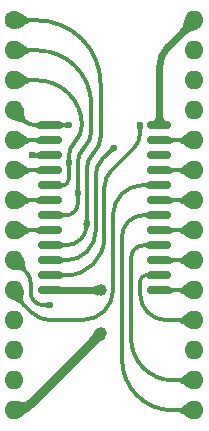
<source format=gbr>
%TF.GenerationSoftware,KiCad,Pcbnew,8.0.8*%
%TF.CreationDate,2025-03-10T01:42:14+01:00*%
%TF.ProjectId,C64-PLA,4336342d-504c-4412-9e6b-696361645f70,rev?*%
%TF.SameCoordinates,Original*%
%TF.FileFunction,Copper,L1,Top*%
%TF.FilePolarity,Positive*%
%FSLAX46Y46*%
G04 Gerber Fmt 4.6, Leading zero omitted, Abs format (unit mm)*
G04 Created by KiCad (PCBNEW 8.0.8) date 2025-03-10 01:42:14*
%MOMM*%
%LPD*%
G01*
G04 APERTURE LIST*
G04 Aperture macros list*
%AMRoundRect*
0 Rectangle with rounded corners*
0 $1 Rounding radius*
0 $2 $3 $4 $5 $6 $7 $8 $9 X,Y pos of 4 corners*
0 Add a 4 corners polygon primitive as box body*
4,1,4,$2,$3,$4,$5,$6,$7,$8,$9,$2,$3,0*
0 Add four circle primitives for the rounded corners*
1,1,$1+$1,$2,$3*
1,1,$1+$1,$4,$5*
1,1,$1+$1,$6,$7*
1,1,$1+$1,$8,$9*
0 Add four rect primitives between the rounded corners*
20,1,$1+$1,$2,$3,$4,$5,0*
20,1,$1+$1,$4,$5,$6,$7,0*
20,1,$1+$1,$6,$7,$8,$9,0*
20,1,$1+$1,$8,$9,$2,$3,0*%
G04 Aperture macros list end*
%TA.AperFunction,ComponentPad*%
%ADD10C,1.600000*%
%TD*%
%TA.AperFunction,ComponentPad*%
%ADD11O,1.600000X1.600000*%
%TD*%
%TA.AperFunction,SMDPad,CuDef*%
%ADD12RoundRect,0.150000X-0.875000X-0.150000X0.875000X-0.150000X0.875000X0.150000X-0.875000X0.150000X0*%
%TD*%
%TA.AperFunction,ViaPad*%
%ADD13C,0.600000*%
%TD*%
%TA.AperFunction,ViaPad*%
%ADD14C,1.000000*%
%TD*%
%TA.AperFunction,Conductor*%
%ADD15C,0.300000*%
%TD*%
%TA.AperFunction,Conductor*%
%ADD16C,0.800000*%
%TD*%
%TA.AperFunction,Conductor*%
%ADD17C,0.600000*%
%TD*%
G04 APERTURE END LIST*
D10*
%TO.P,U3,1,FE/NC*%
%TO.N,/FE*%
X99055000Y-46672500D03*
D11*
%TO.P,U3,2,I7/A13*%
%TO.N,/A13*%
X99055000Y-49212500D03*
%TO.P,U3,3,I6/A14*%
%TO.N,/A14*%
X99055000Y-51752500D03*
%TO.P,U3,4,I5/A15*%
%TO.N,/A15*%
X99055000Y-54292500D03*
%TO.P,U3,5,I4/~{VA14}*%
%TO.N,/~{VA14}*%
X99055000Y-56832500D03*
%TO.P,U3,6,I3/~{CHAREN}*%
%TO.N,/~{CHAREN}*%
X99055000Y-59372500D03*
%TO.P,U3,7,I2/~{IRAM}*%
%TO.N,/~{IRAM}*%
X99055000Y-61912500D03*
%TO.P,U3,8,I1/~{LORAM}*%
%TO.N,/~{LORAM}*%
X99055000Y-64452500D03*
%TO.P,U3,9,I0/~{CAS}*%
%TO.N,/~{CAS}*%
X99055000Y-66992500D03*
%TO.P,U3,10,F7/~{ROMH}*%
%TO.N,/~{ROMH}*%
X99055000Y-69532500D03*
%TO.P,U3,11,F6/~{ROML}*%
%TO.N,/~{ROML}*%
X99055000Y-72072500D03*
%TO.P,U3,12,F5/~{I/O}*%
%TO.N,/~{I{slash}O}*%
X99055000Y-74612500D03*
%TO.P,U3,13,F4/GR/~{W}*%
%TO.N,/GR{slash}~{W}*%
X99055000Y-77152500D03*
%TO.P,U3,14,VSS*%
%TO.N,GND*%
X99055000Y-79692500D03*
%TO.P,U3,15,F3/~{CHAROM}*%
%TO.N,/~{CHAROM}*%
X114295000Y-79692500D03*
%TO.P,U3,16,F2/~{KERNAL}*%
%TO.N,/~{KERNAL}*%
X114295000Y-77152500D03*
%TO.P,U3,17,F1/~{BASIC}*%
%TO.N,/~{BASIC}*%
X114295000Y-74612500D03*
%TO.P,U3,18,F0/~{CASRAM}*%
%TO.N,/~{CASRAM}*%
X114295000Y-72072500D03*
%TO.P,U3,19,~{OE}*%
%TO.N,/~{OE}*%
X114295000Y-69532500D03*
%TO.P,U3,20,I15/VA12*%
%TO.N,/VA12*%
X114295000Y-66992500D03*
%TO.P,U3,21,I14/VA13*%
%TO.N,/VA13*%
X114295000Y-64452500D03*
%TO.P,U3,22,I13/~{GAME}*%
%TO.N,/~{GAME}*%
X114295000Y-61912500D03*
%TO.P,U3,23,I12/~{EXROM}*%
%TO.N,/~{EXROM}*%
X114295000Y-59372500D03*
%TO.P,U3,24,I11/R/~{W}*%
%TO.N,/R{slash}~{W}*%
X114295000Y-56832500D03*
%TO.P,U3,25,I10/~{AEC}*%
%TO.N,/~{AEC}*%
X114295000Y-54292500D03*
%TO.P,U3,26,I9/BA*%
%TO.N,/BA*%
X114295000Y-51752500D03*
%TO.P,U3,27,I8/A12*%
%TO.N,/A12*%
X114295000Y-49212500D03*
%TO.P,U3,28,VCC*%
%TO.N,VCC*%
X114295000Y-46672500D03*
%TD*%
D12*
%TO.P,U1,1,I0/CLK*%
%TO.N,/A15*%
X102030000Y-55562500D03*
%TO.P,U1,2,I1*%
%TO.N,/~{VA14}*%
X102030000Y-56832500D03*
%TO.P,U1,3,I2*%
%TO.N,/TCR*%
X102030000Y-58102500D03*
%TO.P,U1,4,I3/PD*%
%TO.N,/~{CHAREN}*%
X102030000Y-59372500D03*
%TO.P,U1,5,I4*%
%TO.N,/A14*%
X102030000Y-60642500D03*
%TO.P,U1,6,I5*%
%TO.N,/~{IRAM}*%
X102030000Y-61912500D03*
%TO.P,U1,7,I6*%
%TO.N,/A13*%
X102030000Y-63182500D03*
%TO.P,U1,8,I7*%
%TO.N,/~{LORAM}*%
X102030000Y-64452500D03*
%TO.P,U1,9,I8*%
%TO.N,/FE*%
X102030000Y-65722500D03*
%TO.P,U1,10,I9*%
%TO.N,/A12*%
X102030000Y-66992500D03*
%TO.P,U1,11,I10*%
%TO.N,/~{AEC}*%
X102030000Y-68262500D03*
%TO.P,U1,12,GND*%
%TO.N,GND*%
X102030000Y-69532500D03*
%TO.P,U1,13,I11*%
%TO.N,/~{OE}*%
X111330000Y-69532500D03*
%TO.P,U1,14,I/O12*%
%TO.N,/~{CASRAM}*%
X111330000Y-68262500D03*
%TO.P,U1,15,I/O13*%
%TO.N,/VA12*%
X111330000Y-66992500D03*
%TO.P,U1,16,I/O14*%
%TO.N,/~{KERNAL}*%
X111330000Y-65722500D03*
%TO.P,U1,17,I/O15*%
%TO.N,/VA13*%
X111330000Y-64452500D03*
%TO.P,U1,18,I/O16*%
%TO.N,/~{CHAROM}*%
X111330000Y-63182500D03*
%TO.P,U1,19,I/O17*%
%TO.N,/~{GAME}*%
X111330000Y-61912500D03*
%TO.P,U1,20,I/O18*%
%TO.N,/~{ROMH}*%
X111330000Y-60642500D03*
%TO.P,U1,21,I/O19*%
%TO.N,/~{EXROM}*%
X111330000Y-59372500D03*
%TO.P,U1,22,I/O20*%
%TO.N,/uTIO2*%
X111330000Y-58102500D03*
%TO.P,U1,23,I/O21*%
%TO.N,/R{slash}~{W}*%
X111330000Y-56832500D03*
%TO.P,U1,24,VCC*%
%TO.N,VCC*%
X111330000Y-55562500D03*
%TD*%
D13*
%TO.N,/~{CAS}*%
X102030000Y-70802500D03*
%TO.N,/FE*%
X105181750Y-63817500D03*
%TO.N,/~{AEC}*%
X109690250Y-55562500D03*
%TO.N,/A15*%
X103657750Y-55562500D03*
%TO.N,/A12*%
X107467750Y-57467500D03*
D14*
%TO.N,GND*%
X106356500Y-73183750D03*
X106356500Y-69532500D03*
D13*
%TO.N,/A14*%
X103657750Y-58737500D03*
%TO.N,/A13*%
X104419750Y-61277500D03*
%TO.N,/TCR*%
X100578000Y-58102500D03*
%TD*%
D15*
%TO.N,/~{CAS}*%
X100053625Y-67991125D02*
X99055000Y-66992500D01*
X102030000Y-70802500D02*
X101531259Y-70802500D01*
X100749473Y-70478673D02*
X100749426Y-70478626D01*
X100425600Y-69696841D02*
X100425600Y-68889151D01*
X101531259Y-70802500D02*
G75*
G02*
X100749496Y-70478650I41J1105600D01*
G01*
X100749426Y-70478626D02*
G75*
G02*
X100425568Y-69696841I781774J781826D01*
G01*
X100425600Y-68889151D02*
G75*
G03*
X100053601Y-67991149I-1270000J-49D01*
G01*
%TO.N,/FE*%
X106356500Y-56523069D02*
X106356500Y-52090500D01*
X105181750Y-63972500D02*
X105181750Y-63817500D01*
X105737310Y-57927940D02*
X105800940Y-57864310D01*
X102030000Y-65722500D02*
X103431750Y-65722500D01*
X105181750Y-59269181D02*
X105181750Y-63817500D01*
X100938500Y-46672500D02*
X99055000Y-46672500D01*
X105181750Y-59269181D02*
G75*
G02*
X105737330Y-57927960I1896750J-19D01*
G01*
X106356500Y-56523069D02*
G75*
G02*
X105800955Y-57864325I-1896800J-31D01*
G01*
X103431750Y-65722500D02*
G75*
G03*
X105181800Y-63972500I50J1750000D01*
G01*
X106356500Y-52090500D02*
G75*
G03*
X100938500Y-46672500I-5418000J0D01*
G01*
%TO.N,/R{slash}~{W}*%
X111330000Y-56832500D02*
X114295000Y-56832500D01*
%TO.N,/~{AEC}*%
X103438691Y-68262500D02*
X102030000Y-68262500D01*
X109134690Y-57546810D02*
X107229560Y-59451940D01*
X106674000Y-60793181D02*
X106674000Y-65027191D01*
X109690250Y-55562500D02*
X109690250Y-56205569D01*
X106674000Y-60793181D02*
G75*
G02*
X107229570Y-59451950I1896800J-19D01*
G01*
X106674000Y-65027191D02*
G75*
G02*
X103438691Y-68262500I-3235300J-9D01*
G01*
X109134690Y-57546810D02*
G75*
G03*
X109690243Y-56205569I-1341190J1341210D01*
G01*
%TO.N,/A15*%
X103657750Y-55562500D02*
X102030000Y-55562500D01*
X102030000Y-55562500D02*
X100851051Y-55562500D01*
X99953025Y-55190525D02*
X99055000Y-54292500D01*
X99953025Y-55190525D02*
G75*
G03*
X100851051Y-55562534I898075J898025D01*
G01*
%TO.N,/A12*%
X103419500Y-66992500D02*
X102030000Y-66992500D01*
X107467750Y-57467500D02*
X106499310Y-58435940D01*
X105943750Y-59777181D02*
X105943750Y-64468250D01*
X105943750Y-64468250D02*
G75*
G02*
X103419500Y-66992450I-2524250J50D01*
G01*
X105943750Y-59777181D02*
G75*
G02*
X106499330Y-58435960I1896750J-19D01*
G01*
D16*
%TO.N,GND*%
X106356500Y-73183750D02*
X100408305Y-79131945D01*
D17*
X102030000Y-69532500D02*
X106356500Y-69532500D01*
D16*
X99055000Y-79692500D02*
G75*
G03*
X100408312Y-79131952I0J1913900D01*
G01*
D15*
%TO.N,/~{OE}*%
X111330000Y-69532500D02*
X114295000Y-69532500D01*
%TO.N,/A14*%
X103657750Y-58737500D02*
X103657750Y-58253181D01*
X100959000Y-51752500D02*
X99055000Y-51752500D01*
X104769000Y-55570569D02*
X104769000Y-55562500D01*
X102030000Y-60642500D02*
X103157750Y-60642500D01*
X104213310Y-56911940D02*
X104213440Y-56911810D01*
X103657750Y-60142500D02*
X103657750Y-58737500D01*
X103657750Y-58253181D02*
G75*
G02*
X104213330Y-56911960I1896750J-19D01*
G01*
X103157750Y-60642500D02*
G75*
G03*
X103657700Y-60142500I-50J500000D01*
G01*
X100959000Y-51752500D02*
G75*
G02*
X104769000Y-55562500I0J-3810000D01*
G01*
X104213440Y-56911810D02*
G75*
G03*
X104768979Y-55570569I-1341240J1341210D01*
G01*
%TO.N,/~{IRAM}*%
X102030000Y-61912500D02*
X99055000Y-61912500D01*
%TO.N,/A13*%
X104419750Y-61277500D02*
X104419750Y-62182500D01*
X104419750Y-61277500D02*
X104419750Y-58761181D01*
X105562750Y-56046819D02*
X105562750Y-53816500D01*
X103419750Y-63182500D02*
X102030000Y-63182500D01*
X100958750Y-49212500D02*
X99055000Y-49212500D01*
X104975310Y-57419940D02*
X105007190Y-57388060D01*
X105007190Y-57388060D02*
G75*
G03*
X105562779Y-56046819I-1341190J1341260D01*
G01*
X105562750Y-53816500D02*
G75*
G03*
X100958750Y-49212550I-4603950J0D01*
G01*
X104975310Y-57419940D02*
G75*
G03*
X104419721Y-58761181I1341190J-1341260D01*
G01*
X103419750Y-63182500D02*
G75*
G03*
X104419800Y-62182500I50J1000000D01*
G01*
%TO.N,/~{CHAREN}*%
X102030000Y-59372500D02*
X99055000Y-59372500D01*
%TO.N,/~{EXROM}*%
X111330000Y-59372500D02*
X114295000Y-59372500D01*
%TO.N,/~{LORAM}*%
X102030000Y-64452500D02*
X99055000Y-64452500D01*
%TO.N,/~{CHAROM}*%
X112466250Y-79692500D02*
X114295000Y-79692500D01*
X111330000Y-63182500D02*
X109981971Y-63182500D01*
X108166250Y-64998221D02*
X108166250Y-75392500D01*
X109981971Y-63182500D02*
G75*
G03*
X108166300Y-64998221I29J-1815700D01*
G01*
X108166250Y-75392500D02*
G75*
G03*
X112466250Y-79692550I4300050J0D01*
G01*
%TO.N,/~{VA14}*%
X102030000Y-56832500D02*
X99055000Y-56832500D01*
%TO.N,/VA13*%
X111330000Y-64452500D02*
X114295000Y-64452500D01*
%TO.N,/~{GAME}*%
X111330000Y-61912500D02*
X114295000Y-61912500D01*
%TO.N,/~{ROMH}*%
X100496634Y-71406934D02*
X99360984Y-70271284D01*
X107404250Y-63140025D02*
X107404250Y-69507100D01*
X111330000Y-60642500D02*
X109901775Y-60642500D01*
X104864250Y-72047100D02*
X102042132Y-72047100D01*
X102042132Y-72047100D02*
G75*
G02*
X100496611Y-71406957I-32J2185700D01*
G01*
X99360984Y-70271284D02*
G75*
G02*
X99055020Y-69532500I738716J738684D01*
G01*
X107404250Y-63140025D02*
G75*
G02*
X109901775Y-60642450I2497550J25D01*
G01*
X104864250Y-72047100D02*
G75*
G03*
X107404200Y-69507100I-50J2540000D01*
G01*
%TO.N,/TCR*%
X102030000Y-58102500D02*
X100578000Y-58102500D01*
%TO.N,/~{CASRAM}*%
X111933995Y-72072500D02*
X114295000Y-72072500D01*
X111330000Y-68262500D02*
X110190250Y-68262500D01*
X109690250Y-68762500D02*
X109690250Y-69828755D01*
X111933995Y-72072500D02*
G75*
G02*
X109690300Y-69828755I5J2243700D01*
G01*
X110190250Y-68262500D02*
G75*
G03*
X109690300Y-68762500I50J-500000D01*
G01*
D17*
%TO.N,VCC*%
X111330000Y-54862900D02*
X111330000Y-50689602D01*
X112073949Y-48893551D02*
X114295000Y-46672500D01*
X111330000Y-50689602D02*
G75*
G02*
X112073948Y-48893550I2540000J2D01*
G01*
X111330000Y-54862900D02*
G75*
G02*
X110630400Y-55562500I-699600J0D01*
G01*
X111330000Y-54862900D02*
G75*
G03*
X112029600Y-55562500I699600J0D01*
G01*
D15*
%TO.N,/~{KERNAL}*%
X112498250Y-77152500D02*
X114295000Y-77152500D01*
X111330000Y-65722500D02*
X110006816Y-65722500D01*
X108928250Y-66801066D02*
X108928250Y-73582500D01*
X108928250Y-66801066D02*
G75*
G02*
X110006816Y-65722550I1078550J-34D01*
G01*
X108928250Y-73582500D02*
G75*
G03*
X112498250Y-77152550I3570050J0D01*
G01*
%TO.N,/VA12*%
X111330000Y-66992500D02*
X114295000Y-66992500D01*
%TD*%
%TA.AperFunction,Conductor*%
%TO.N,/R{slash}~{W}*%
G36*
X112266272Y-56546308D02*
G01*
X112266899Y-56546665D01*
X112301662Y-56567901D01*
X112301670Y-56567905D01*
X112301671Y-56567906D01*
X112340917Y-56589631D01*
X112340933Y-56589640D01*
X112380144Y-56609099D01*
X112380170Y-56609111D01*
X112380182Y-56609117D01*
X112419441Y-56626350D01*
X112458701Y-56641334D01*
X112487856Y-56650789D01*
X112497951Y-56654064D01*
X112497955Y-56654065D01*
X112497961Y-56654067D01*
X112537220Y-56664550D01*
X112576480Y-56672783D01*
X112576489Y-56672784D01*
X112576492Y-56672785D01*
X112615720Y-56678763D01*
X112615740Y-56678766D01*
X112615754Y-56678767D01*
X112615775Y-56678770D01*
X112632116Y-56680323D01*
X112644408Y-56681492D01*
X112652319Y-56685686D01*
X112655000Y-56693139D01*
X112655000Y-56971860D01*
X112651573Y-56980133D01*
X112644407Y-56983507D01*
X112615764Y-56986229D01*
X112615737Y-56986233D01*
X112576492Y-56992213D01*
X112537224Y-57000448D01*
X112537201Y-57000453D01*
X112497951Y-57010934D01*
X112458703Y-57023665D01*
X112419442Y-57038648D01*
X112380200Y-57055873D01*
X112380144Y-57055899D01*
X112340933Y-57075358D01*
X112340917Y-57075367D01*
X112301660Y-57097098D01*
X112266910Y-57118327D01*
X112258064Y-57119716D01*
X112257355Y-57119521D01*
X111720125Y-56953425D01*
X111365153Y-56843677D01*
X111358262Y-56837960D01*
X111357432Y-56829044D01*
X111363150Y-56822152D01*
X111365152Y-56821322D01*
X112257356Y-56545478D01*
X112266272Y-56546308D01*
G37*
%TD.AperFunction*%
%TD*%
%TA.AperFunction,Conductor*%
%TO.N,/A13*%
G36*
X104686044Y-61387763D02*
G01*
X104692356Y-61394115D01*
X104692329Y-61403070D01*
X104692297Y-61403144D01*
X104670063Y-61455345D01*
X104669992Y-61455508D01*
X104646840Y-61507647D01*
X104646834Y-61507662D01*
X104627109Y-61551915D01*
X104610697Y-61590943D01*
X104597341Y-61627741D01*
X104586870Y-61665100D01*
X104579078Y-61705888D01*
X104573760Y-61752983D01*
X104573760Y-61752987D01*
X104570718Y-61809225D01*
X104569914Y-61865966D01*
X104566370Y-61874190D01*
X104558215Y-61877500D01*
X104281285Y-61877500D01*
X104273012Y-61874073D01*
X104269586Y-61865966D01*
X104268780Y-61809225D01*
X104265738Y-61752987D01*
X104265738Y-61752983D01*
X104265738Y-61752979D01*
X104260421Y-61705890D01*
X104252628Y-61665099D01*
X104242157Y-61627743D01*
X104228808Y-61590960D01*
X104212377Y-61551887D01*
X104192664Y-61507662D01*
X104169468Y-61455422D01*
X104147201Y-61403143D01*
X104147113Y-61394189D01*
X104153381Y-61387795D01*
X104153407Y-61387783D01*
X104415240Y-61278383D01*
X104424194Y-61278357D01*
X104686044Y-61387763D01*
G37*
%TD.AperFunction*%
%TD*%
%TA.AperFunction,Conductor*%
%TO.N,/VA12*%
G36*
X112266272Y-66706308D02*
G01*
X112266899Y-66706665D01*
X112301662Y-66727901D01*
X112301670Y-66727905D01*
X112301671Y-66727906D01*
X112340917Y-66749631D01*
X112340933Y-66749640D01*
X112380144Y-66769099D01*
X112380170Y-66769111D01*
X112380182Y-66769117D01*
X112419441Y-66786350D01*
X112458701Y-66801334D01*
X112487856Y-66810789D01*
X112497951Y-66814064D01*
X112497955Y-66814065D01*
X112497961Y-66814067D01*
X112537220Y-66824550D01*
X112576480Y-66832783D01*
X112576489Y-66832784D01*
X112576492Y-66832785D01*
X112615720Y-66838763D01*
X112615740Y-66838766D01*
X112615754Y-66838767D01*
X112615775Y-66838770D01*
X112632116Y-66840323D01*
X112644408Y-66841492D01*
X112652319Y-66845686D01*
X112655000Y-66853139D01*
X112655000Y-67131860D01*
X112651573Y-67140133D01*
X112644407Y-67143507D01*
X112615764Y-67146229D01*
X112615737Y-67146233D01*
X112576492Y-67152213D01*
X112537224Y-67160448D01*
X112537201Y-67160453D01*
X112497951Y-67170934D01*
X112458703Y-67183665D01*
X112419442Y-67198648D01*
X112380200Y-67215873D01*
X112380144Y-67215899D01*
X112340933Y-67235358D01*
X112340917Y-67235367D01*
X112301660Y-67257098D01*
X112266910Y-67278327D01*
X112258064Y-67279716D01*
X112257355Y-67279521D01*
X111720125Y-67113425D01*
X111365153Y-67003677D01*
X111358262Y-66997960D01*
X111357432Y-66989044D01*
X111363150Y-66982152D01*
X111365152Y-66981322D01*
X112257356Y-66705478D01*
X112266272Y-66706308D01*
G37*
%TD.AperFunction*%
%TD*%
%TA.AperFunction,Conductor*%
%TO.N,GND*%
G36*
X100198103Y-78792014D02*
G01*
X100747548Y-79341459D01*
X100750975Y-79349732D01*
X100747548Y-79358005D01*
X100747358Y-79358191D01*
X100613414Y-79486171D01*
X100612960Y-79486583D01*
X100490132Y-79592219D01*
X100489617Y-79592636D01*
X100381486Y-79675457D01*
X100381002Y-79675809D01*
X100282495Y-79743555D01*
X100282190Y-79743758D01*
X100247743Y-79765890D01*
X100188347Y-79804054D01*
X100094350Y-79864447D01*
X99995455Y-79932460D01*
X99995445Y-79932468D01*
X99886806Y-80015677D01*
X99763504Y-80121721D01*
X99628943Y-80250293D01*
X99620594Y-80253531D01*
X99612597Y-80250117D01*
X99057734Y-79696639D01*
X99054297Y-79688371D01*
X99054297Y-79688346D01*
X99054309Y-79675645D01*
X99054989Y-78904779D01*
X99058423Y-78896510D01*
X99066699Y-78893090D01*
X99067259Y-78893103D01*
X99206132Y-78899944D01*
X99213942Y-78900329D01*
X99215001Y-78900430D01*
X99352967Y-78919897D01*
X99353685Y-78920021D01*
X99475438Y-78945310D01*
X99475592Y-78945345D01*
X99584850Y-78970518D01*
X99685295Y-78989576D01*
X99685303Y-78989576D01*
X99685305Y-78989577D01*
X99703540Y-78990906D01*
X99780729Y-78996536D01*
X99875051Y-78985442D01*
X99972159Y-78950333D01*
X100075951Y-78885251D01*
X100182085Y-78791516D01*
X100190554Y-78788609D01*
X100198103Y-78792014D01*
G37*
%TD.AperFunction*%
%TD*%
%TA.AperFunction,Conductor*%
%TO.N,/~{ROMH}*%
G36*
X110402640Y-60355477D02*
G01*
X110608480Y-60419117D01*
X111294845Y-60631322D01*
X111301737Y-60637040D01*
X111302567Y-60645956D01*
X111296849Y-60652848D01*
X111294845Y-60653678D01*
X110402643Y-60929521D01*
X110393727Y-60928691D01*
X110393087Y-60928327D01*
X110358327Y-60907092D01*
X110319081Y-60885367D01*
X110319065Y-60885358D01*
X110279854Y-60865899D01*
X110279798Y-60865873D01*
X110240556Y-60848648D01*
X110201295Y-60833665D01*
X110162047Y-60820934D01*
X110122797Y-60810453D01*
X110122774Y-60810448D01*
X110083506Y-60802213D01*
X110044261Y-60796233D01*
X110044236Y-60796230D01*
X110015592Y-60793506D01*
X110007681Y-60789312D01*
X110005000Y-60781859D01*
X110005000Y-60503139D01*
X110008427Y-60494866D01*
X110015591Y-60491492D01*
X110028594Y-60490255D01*
X110044223Y-60488770D01*
X110044240Y-60488767D01*
X110044259Y-60488766D01*
X110083519Y-60482783D01*
X110122779Y-60474550D01*
X110162038Y-60464067D01*
X110201298Y-60451334D01*
X110240558Y-60436350D01*
X110279817Y-60419117D01*
X110279842Y-60419104D01*
X110279854Y-60419099D01*
X110319065Y-60399640D01*
X110319065Y-60399639D01*
X110319077Y-60399634D01*
X110358337Y-60377901D01*
X110393089Y-60356671D01*
X110401934Y-60355283D01*
X110402640Y-60355477D01*
G37*
%TD.AperFunction*%
%TD*%
%TA.AperFunction,Conductor*%
%TO.N,/A13*%
G36*
X102966272Y-62896308D02*
G01*
X102966899Y-62896665D01*
X103001662Y-62917901D01*
X103001670Y-62917905D01*
X103001671Y-62917906D01*
X103040917Y-62939631D01*
X103040933Y-62939640D01*
X103080144Y-62959099D01*
X103080170Y-62959111D01*
X103080182Y-62959117D01*
X103119441Y-62976350D01*
X103158701Y-62991334D01*
X103187856Y-63000789D01*
X103197951Y-63004064D01*
X103197955Y-63004065D01*
X103197961Y-63004067D01*
X103237220Y-63014550D01*
X103276480Y-63022783D01*
X103276489Y-63022784D01*
X103276492Y-63022785D01*
X103315720Y-63028763D01*
X103315740Y-63028766D01*
X103315754Y-63028767D01*
X103315775Y-63028770D01*
X103332116Y-63030323D01*
X103344408Y-63031492D01*
X103352319Y-63035686D01*
X103355000Y-63043139D01*
X103355000Y-63321860D01*
X103351573Y-63330133D01*
X103344407Y-63333507D01*
X103315764Y-63336229D01*
X103315737Y-63336233D01*
X103276492Y-63342213D01*
X103237224Y-63350448D01*
X103237201Y-63350453D01*
X103197951Y-63360934D01*
X103158703Y-63373665D01*
X103119442Y-63388648D01*
X103080200Y-63405873D01*
X103080144Y-63405899D01*
X103040933Y-63425358D01*
X103040917Y-63425367D01*
X103001660Y-63447098D01*
X102966910Y-63468327D01*
X102958064Y-63469716D01*
X102957355Y-63469521D01*
X102420125Y-63303425D01*
X102065153Y-63193677D01*
X102058262Y-63187960D01*
X102057432Y-63179044D01*
X102063150Y-63172152D01*
X102065152Y-63171322D01*
X102957356Y-62895478D01*
X102966272Y-62896308D01*
G37*
%TD.AperFunction*%
%TD*%
%TA.AperFunction,Conductor*%
%TO.N,/~{LORAM}*%
G36*
X101102640Y-64165477D02*
G01*
X101308480Y-64229117D01*
X101994845Y-64441322D01*
X102001737Y-64447040D01*
X102002567Y-64455956D01*
X101996849Y-64462848D01*
X101994845Y-64463678D01*
X101102643Y-64739521D01*
X101093727Y-64738691D01*
X101093087Y-64738327D01*
X101058327Y-64717092D01*
X101019081Y-64695367D01*
X101019065Y-64695358D01*
X100979854Y-64675899D01*
X100979798Y-64675873D01*
X100940556Y-64658648D01*
X100901295Y-64643665D01*
X100862047Y-64630934D01*
X100822797Y-64620453D01*
X100822774Y-64620448D01*
X100783506Y-64612213D01*
X100744261Y-64606233D01*
X100744236Y-64606230D01*
X100715592Y-64603506D01*
X100707681Y-64599312D01*
X100705000Y-64591859D01*
X100705000Y-64313139D01*
X100708427Y-64304866D01*
X100715591Y-64301492D01*
X100728594Y-64300255D01*
X100744223Y-64298770D01*
X100744240Y-64298767D01*
X100744259Y-64298766D01*
X100783519Y-64292783D01*
X100822779Y-64284550D01*
X100862038Y-64274067D01*
X100901298Y-64261334D01*
X100940558Y-64246350D01*
X100979817Y-64229117D01*
X100979842Y-64229104D01*
X100979854Y-64229099D01*
X101019065Y-64209640D01*
X101019065Y-64209639D01*
X101019077Y-64209634D01*
X101058337Y-64187901D01*
X101093089Y-64166671D01*
X101101934Y-64165283D01*
X101102640Y-64165477D01*
G37*
%TD.AperFunction*%
%TD*%
%TA.AperFunction,Conductor*%
%TO.N,/A14*%
G36*
X102965762Y-60356464D02*
G01*
X102967129Y-60357310D01*
X102993677Y-60376364D01*
X103024958Y-60396563D01*
X103038201Y-60404161D01*
X103056224Y-60414503D01*
X103087498Y-60430198D01*
X103118772Y-60443643D01*
X103150046Y-60454837D01*
X103181320Y-60463782D01*
X103212594Y-60470477D01*
X103243868Y-60474922D01*
X103243873Y-60474922D01*
X103243878Y-60474923D01*
X103255102Y-60475710D01*
X103268938Y-60476682D01*
X103276951Y-60480679D01*
X103278251Y-60482502D01*
X103416821Y-60722477D01*
X103417991Y-60731355D01*
X103412540Y-60738460D01*
X103408747Y-60739846D01*
X103402565Y-60740950D01*
X103380971Y-60744809D01*
X103380958Y-60744812D01*
X103380949Y-60744813D01*
X103336787Y-60754953D01*
X103336784Y-60754954D01*
X103292589Y-60767352D01*
X103248416Y-60781995D01*
X103204234Y-60798889D01*
X103160029Y-60818042D01*
X103115863Y-60839428D01*
X103071666Y-60863079D01*
X103027486Y-60888971D01*
X102987744Y-60914286D01*
X102978925Y-60915840D01*
X102978227Y-60915663D01*
X102066808Y-60653823D01*
X102059803Y-60648245D01*
X102058794Y-60639347D01*
X102064372Y-60632342D01*
X102066574Y-60631402D01*
X102956846Y-60355639D01*
X102965762Y-60356464D01*
G37*
%TD.AperFunction*%
%TD*%
%TA.AperFunction,Conductor*%
%TO.N,/R{slash}~{W}*%
G36*
X113993336Y-56104215D02*
G01*
X113993542Y-56104681D01*
X114294134Y-56828010D01*
X114294144Y-56836963D01*
X114294135Y-56836985D01*
X114294134Y-56836990D01*
X113993542Y-57560318D01*
X113987203Y-57566643D01*
X113978248Y-57566632D01*
X113977782Y-57566426D01*
X113812726Y-57489237D01*
X113811776Y-57488739D01*
X113670753Y-57406115D01*
X113669959Y-57405605D01*
X113554357Y-57324566D01*
X113553882Y-57324215D01*
X113454437Y-57246729D01*
X113362218Y-57175044D01*
X113317250Y-57144604D01*
X113268378Y-57111522D01*
X113268375Y-57111520D01*
X113268373Y-57111519D01*
X113163824Y-57058333D01*
X113039473Y-57017652D01*
X113039465Y-57017650D01*
X112886229Y-56991650D01*
X112706141Y-56983033D01*
X112698041Y-56979214D01*
X112695000Y-56971346D01*
X112695000Y-56693653D01*
X112698427Y-56685380D01*
X112706138Y-56681966D01*
X112886227Y-56673349D01*
X113039472Y-56647347D01*
X113163826Y-56606665D01*
X113268378Y-56553477D01*
X113362216Y-56489955D01*
X113454432Y-56418273D01*
X113553906Y-56340763D01*
X113554331Y-56340449D01*
X113669972Y-56259383D01*
X113670746Y-56258886D01*
X113811784Y-56176255D01*
X113812710Y-56175769D01*
X113977782Y-56098572D01*
X113986728Y-56098172D01*
X113993336Y-56104215D01*
G37*
%TD.AperFunction*%
%TD*%
%TA.AperFunction,Conductor*%
%TO.N,/~{CASRAM}*%
G36*
X113993336Y-71344215D02*
G01*
X113993542Y-71344681D01*
X114294134Y-72068010D01*
X114294144Y-72076963D01*
X114294135Y-72076985D01*
X114294134Y-72076990D01*
X113993542Y-72800318D01*
X113987203Y-72806643D01*
X113978248Y-72806632D01*
X113977782Y-72806426D01*
X113812726Y-72729237D01*
X113811776Y-72728739D01*
X113670753Y-72646115D01*
X113669959Y-72645605D01*
X113554357Y-72564566D01*
X113553882Y-72564215D01*
X113454437Y-72486729D01*
X113362218Y-72415044D01*
X113317250Y-72384604D01*
X113268378Y-72351522D01*
X113268375Y-72351520D01*
X113268373Y-72351519D01*
X113163824Y-72298333D01*
X113039473Y-72257652D01*
X113039465Y-72257650D01*
X112886229Y-72231650D01*
X112706141Y-72223033D01*
X112698041Y-72219214D01*
X112695000Y-72211346D01*
X112695000Y-71933653D01*
X112698427Y-71925380D01*
X112706138Y-71921966D01*
X112886227Y-71913349D01*
X113039472Y-71887347D01*
X113163826Y-71846665D01*
X113268378Y-71793477D01*
X113362216Y-71729955D01*
X113454432Y-71658273D01*
X113553906Y-71580763D01*
X113554331Y-71580449D01*
X113669972Y-71499383D01*
X113670746Y-71498886D01*
X113811784Y-71416255D01*
X113812710Y-71415769D01*
X113977782Y-71338572D01*
X113986728Y-71338172D01*
X113993336Y-71344215D01*
G37*
%TD.AperFunction*%
%TD*%
%TA.AperFunction,Conductor*%
%TO.N,/~{ROMH}*%
G36*
X99842846Y-69532489D02*
G01*
X99851116Y-69535923D01*
X99854536Y-69544199D01*
X99854527Y-69544644D01*
X99848430Y-69701317D01*
X99848370Y-69702131D01*
X99832409Y-69848438D01*
X99832341Y-69848954D01*
X99812471Y-69977638D01*
X99812464Y-69977680D01*
X99794266Y-70092762D01*
X99794261Y-70092797D01*
X99783330Y-70198376D01*
X99783330Y-70198379D01*
X99785252Y-70298641D01*
X99785253Y-70298646D01*
X99805602Y-70397818D01*
X99849957Y-70500141D01*
X99849960Y-70500145D01*
X99923897Y-70609846D01*
X99957050Y-70646712D01*
X100025572Y-70722910D01*
X100028556Y-70731353D01*
X100025145Y-70739006D01*
X99829066Y-70935085D01*
X99820793Y-70938512D01*
X99812588Y-70935152D01*
X99697936Y-70822334D01*
X99593721Y-70724924D01*
X99502510Y-70646712D01*
X99502502Y-70646705D01*
X99418615Y-70583365D01*
X99418606Y-70583358D01*
X99418596Y-70583351D01*
X99418590Y-70583347D01*
X99418580Y-70583340D01*
X99336287Y-70530502D01*
X99249833Y-70483791D01*
X99203731Y-70462290D01*
X99153584Y-70438902D01*
X99153566Y-70438894D01*
X99153561Y-70438892D01*
X99041855Y-70391492D01*
X98908797Y-70337154D01*
X98908798Y-70337151D01*
X98908782Y-70337148D01*
X98759707Y-70276052D01*
X98753351Y-70269744D01*
X98753318Y-70260789D01*
X99051303Y-69539033D01*
X99057628Y-69532695D01*
X99062123Y-69531799D01*
X99842846Y-69532489D01*
G37*
%TD.AperFunction*%
%TD*%
%TA.AperFunction,Conductor*%
%TO.N,/A12*%
G36*
X107345281Y-57416215D02*
G01*
X107463934Y-57464936D01*
X107470286Y-57471248D01*
X107470313Y-57471315D01*
X107578080Y-57733766D01*
X107578053Y-57742721D01*
X107571701Y-57749033D01*
X107571627Y-57749063D01*
X107519033Y-57770237D01*
X107518867Y-57770303D01*
X107465589Y-57790816D01*
X107465573Y-57790822D01*
X107420336Y-57808165D01*
X107381132Y-57824157D01*
X107381090Y-57824175D01*
X107345672Y-57840731D01*
X107345667Y-57840734D01*
X107311853Y-57859742D01*
X107294671Y-57871412D01*
X107277494Y-57883079D01*
X107277489Y-57883083D01*
X107240444Y-57912610D01*
X107240431Y-57912622D01*
X107198518Y-57950233D01*
X107157823Y-57989790D01*
X107149502Y-57993099D01*
X107141395Y-57989673D01*
X106945576Y-57793854D01*
X106942149Y-57785581D01*
X106945458Y-57777427D01*
X106985009Y-57736736D01*
X107022632Y-57694811D01*
X107052169Y-57657755D01*
X107075503Y-57623400D01*
X107094513Y-57589582D01*
X107111083Y-57554133D01*
X107127094Y-57514886D01*
X107144426Y-57469675D01*
X107164963Y-57416334D01*
X107186186Y-57363621D01*
X107192455Y-57357228D01*
X107201409Y-57357139D01*
X107345281Y-57416215D01*
G37*
%TD.AperFunction*%
%TD*%
%TA.AperFunction,Conductor*%
%TO.N,/~{KERNAL}*%
G36*
X113993336Y-76424215D02*
G01*
X113993542Y-76424681D01*
X114294134Y-77148010D01*
X114294144Y-77156963D01*
X114294135Y-77156985D01*
X114294134Y-77156990D01*
X113993542Y-77880318D01*
X113987203Y-77886643D01*
X113978248Y-77886632D01*
X113977782Y-77886426D01*
X113812726Y-77809237D01*
X113811776Y-77808739D01*
X113670753Y-77726115D01*
X113669959Y-77725605D01*
X113554357Y-77644566D01*
X113553882Y-77644215D01*
X113454437Y-77566729D01*
X113362218Y-77495044D01*
X113317250Y-77464604D01*
X113268378Y-77431522D01*
X113268375Y-77431520D01*
X113268373Y-77431519D01*
X113163824Y-77378333D01*
X113039473Y-77337652D01*
X113039465Y-77337650D01*
X112886229Y-77311650D01*
X112706141Y-77303033D01*
X112698041Y-77299214D01*
X112695000Y-77291346D01*
X112695000Y-77013653D01*
X112698427Y-77005380D01*
X112706138Y-77001966D01*
X112886227Y-76993349D01*
X113039472Y-76967347D01*
X113163826Y-76926665D01*
X113268378Y-76873477D01*
X113362216Y-76809955D01*
X113454432Y-76738273D01*
X113553906Y-76660763D01*
X113554331Y-76660449D01*
X113669972Y-76579383D01*
X113670746Y-76578886D01*
X113811784Y-76496255D01*
X113812710Y-76495769D01*
X113977782Y-76418572D01*
X113986728Y-76418172D01*
X113993336Y-76424215D01*
G37*
%TD.AperFunction*%
%TD*%
%TA.AperFunction,Conductor*%
%TO.N,/FE*%
G36*
X105328488Y-63220927D02*
G01*
X105331914Y-63229034D01*
X105332718Y-63285773D01*
X105335760Y-63342011D01*
X105335760Y-63342015D01*
X105341078Y-63389110D01*
X105348870Y-63429898D01*
X105359341Y-63467257D01*
X105372697Y-63504055D01*
X105389109Y-63543083D01*
X105408834Y-63587337D01*
X105408831Y-63587338D01*
X105408840Y-63587351D01*
X105431992Y-63639490D01*
X105432063Y-63639653D01*
X105454297Y-63691855D01*
X105454386Y-63700810D01*
X105448118Y-63707204D01*
X105448044Y-63707236D01*
X105186261Y-63816615D01*
X105177306Y-63816642D01*
X105177239Y-63816615D01*
X104915455Y-63707236D01*
X104909143Y-63700884D01*
X104909169Y-63691931D01*
X104931468Y-63639577D01*
X104954664Y-63587337D01*
X104954666Y-63587337D01*
X104954668Y-63587327D01*
X104974377Y-63543112D01*
X104990808Y-63504039D01*
X105004157Y-63467256D01*
X105014628Y-63429900D01*
X105022421Y-63389109D01*
X105027738Y-63342020D01*
X105030780Y-63285771D01*
X105031586Y-63229033D01*
X105035130Y-63220810D01*
X105043285Y-63217500D01*
X105320215Y-63217500D01*
X105328488Y-63220927D01*
G37*
%TD.AperFunction*%
%TD*%
%TA.AperFunction,Conductor*%
%TO.N,/~{AEC}*%
G36*
X109956544Y-55672763D02*
G01*
X109962856Y-55679115D01*
X109962829Y-55688070D01*
X109962797Y-55688144D01*
X109940563Y-55740345D01*
X109940492Y-55740508D01*
X109917340Y-55792647D01*
X109917334Y-55792662D01*
X109897609Y-55836915D01*
X109881197Y-55875943D01*
X109867841Y-55912741D01*
X109857370Y-55950100D01*
X109849578Y-55990888D01*
X109844260Y-56037983D01*
X109844260Y-56037987D01*
X109841218Y-56094225D01*
X109840414Y-56150966D01*
X109836870Y-56159190D01*
X109828715Y-56162500D01*
X109551785Y-56162500D01*
X109543512Y-56159073D01*
X109540086Y-56150966D01*
X109539280Y-56094225D01*
X109536238Y-56037987D01*
X109536238Y-56037983D01*
X109536238Y-56037979D01*
X109530921Y-55990890D01*
X109523128Y-55950099D01*
X109512657Y-55912743D01*
X109499308Y-55875960D01*
X109482877Y-55836887D01*
X109463164Y-55792662D01*
X109439968Y-55740422D01*
X109417701Y-55688143D01*
X109417613Y-55679189D01*
X109423881Y-55672795D01*
X109423907Y-55672783D01*
X109685740Y-55563383D01*
X109694694Y-55563357D01*
X109956544Y-55672763D01*
G37*
%TD.AperFunction*%
%TD*%
%TA.AperFunction,Conductor*%
%TO.N,GND*%
G36*
X106163335Y-69075016D02*
G01*
X106169638Y-69081320D01*
X106355627Y-69528003D01*
X106355644Y-69536957D01*
X106355627Y-69536997D01*
X106169638Y-69983678D01*
X106163294Y-69989999D01*
X106154380Y-69989999D01*
X106061068Y-69951557D01*
X106060010Y-69951135D01*
X105974352Y-69917001D01*
X105900416Y-69889869D01*
X105900410Y-69889867D01*
X105900404Y-69889865D01*
X105834690Y-69869265D01*
X105772610Y-69854295D01*
X105772606Y-69854294D01*
X105709563Y-69844054D01*
X105709559Y-69844053D01*
X105641043Y-69837655D01*
X105562372Y-69834192D01*
X105469032Y-69832772D01*
X105368172Y-69832528D01*
X105359907Y-69829081D01*
X105356500Y-69820828D01*
X105356500Y-69244171D01*
X105359927Y-69235898D01*
X105368170Y-69232471D01*
X105469058Y-69232226D01*
X105562372Y-69230807D01*
X105641016Y-69227345D01*
X105641032Y-69227343D01*
X105641043Y-69227343D01*
X105709546Y-69220946D01*
X105709547Y-69220945D01*
X105709566Y-69220944D01*
X105772599Y-69210705D01*
X105834690Y-69195733D01*
X105900416Y-69175129D01*
X105974352Y-69147997D01*
X106061073Y-69113440D01*
X106154382Y-69074999D01*
X106163335Y-69075016D01*
G37*
%TD.AperFunction*%
%TD*%
%TA.AperFunction,Conductor*%
%TO.N,/~{IRAM}*%
G36*
X99371751Y-61178367D02*
G01*
X99372217Y-61178573D01*
X99537279Y-61255765D01*
X99538222Y-61256260D01*
X99679237Y-61338877D01*
X99680039Y-61339392D01*
X99795640Y-61420431D01*
X99796109Y-61420778D01*
X99895567Y-61498273D01*
X99987782Y-61569955D01*
X100081621Y-61633477D01*
X100186172Y-61686665D01*
X100310526Y-61727347D01*
X100463772Y-61753349D01*
X100643861Y-61761966D01*
X100651959Y-61765785D01*
X100655000Y-61773653D01*
X100655000Y-62051346D01*
X100651573Y-62059619D01*
X100643859Y-62063033D01*
X100463769Y-62071650D01*
X100310532Y-62097650D01*
X100310524Y-62097652D01*
X100186173Y-62138333D01*
X100081625Y-62191519D01*
X99987779Y-62255044D01*
X99895562Y-62326729D01*
X99796115Y-62404215D01*
X99795640Y-62404566D01*
X99680039Y-62485605D01*
X99679238Y-62486120D01*
X99538231Y-62568734D01*
X99537272Y-62569237D01*
X99372217Y-62646426D01*
X99363272Y-62646827D01*
X99356663Y-62640784D01*
X99356457Y-62640318D01*
X99258340Y-62404215D01*
X99055864Y-61916987D01*
X99055854Y-61908038D01*
X99356457Y-61184680D01*
X99362796Y-61178356D01*
X99371751Y-61178367D01*
G37*
%TD.AperFunction*%
%TD*%
%TA.AperFunction,Conductor*%
%TO.N,/VA13*%
G36*
X113993336Y-63724215D02*
G01*
X113993542Y-63724681D01*
X114294134Y-64448010D01*
X114294144Y-64456963D01*
X114294135Y-64456985D01*
X114294134Y-64456990D01*
X113993542Y-65180318D01*
X113987203Y-65186643D01*
X113978248Y-65186632D01*
X113977782Y-65186426D01*
X113812726Y-65109237D01*
X113811776Y-65108739D01*
X113670753Y-65026115D01*
X113669959Y-65025605D01*
X113554357Y-64944566D01*
X113553882Y-64944215D01*
X113454437Y-64866729D01*
X113362218Y-64795044D01*
X113317250Y-64764604D01*
X113268378Y-64731522D01*
X113268375Y-64731520D01*
X113268373Y-64731519D01*
X113163824Y-64678333D01*
X113039473Y-64637652D01*
X113039465Y-64637650D01*
X112886229Y-64611650D01*
X112706141Y-64603033D01*
X112698041Y-64599214D01*
X112695000Y-64591346D01*
X112695000Y-64313653D01*
X112698427Y-64305380D01*
X112706138Y-64301966D01*
X112886227Y-64293349D01*
X113039472Y-64267347D01*
X113163826Y-64226665D01*
X113268378Y-64173477D01*
X113362216Y-64109955D01*
X113454432Y-64038273D01*
X113553906Y-63960763D01*
X113554331Y-63960449D01*
X113669972Y-63879383D01*
X113670746Y-63878886D01*
X113811784Y-63796255D01*
X113812710Y-63795769D01*
X113977782Y-63718572D01*
X113986728Y-63718172D01*
X113993336Y-63724215D01*
G37*
%TD.AperFunction*%
%TD*%
%TA.AperFunction,Conductor*%
%TO.N,/VA12*%
G36*
X113993336Y-66264215D02*
G01*
X113993542Y-66264681D01*
X114294134Y-66988010D01*
X114294144Y-66996963D01*
X114294135Y-66996985D01*
X114294134Y-66996990D01*
X113993542Y-67720318D01*
X113987203Y-67726643D01*
X113978248Y-67726632D01*
X113977782Y-67726426D01*
X113812726Y-67649237D01*
X113811776Y-67648739D01*
X113670753Y-67566115D01*
X113669959Y-67565605D01*
X113554357Y-67484566D01*
X113553882Y-67484215D01*
X113454437Y-67406729D01*
X113362218Y-67335044D01*
X113317250Y-67304604D01*
X113268378Y-67271522D01*
X113268375Y-67271520D01*
X113268373Y-67271519D01*
X113163824Y-67218333D01*
X113039473Y-67177652D01*
X113039465Y-67177650D01*
X112886229Y-67151650D01*
X112706141Y-67143033D01*
X112698041Y-67139214D01*
X112695000Y-67131346D01*
X112695000Y-66853653D01*
X112698427Y-66845380D01*
X112706138Y-66841966D01*
X112886227Y-66833349D01*
X113039472Y-66807347D01*
X113163826Y-66766665D01*
X113268378Y-66713477D01*
X113362216Y-66649955D01*
X113454432Y-66578273D01*
X113553906Y-66500763D01*
X113554331Y-66500449D01*
X113669972Y-66419383D01*
X113670746Y-66418886D01*
X113811784Y-66336255D01*
X113812710Y-66335769D01*
X113977782Y-66258572D01*
X113986728Y-66258172D01*
X113993336Y-66264215D01*
G37*
%TD.AperFunction*%
%TD*%
%TA.AperFunction,Conductor*%
%TO.N,/~{IRAM}*%
G36*
X101102640Y-61625477D02*
G01*
X101308480Y-61689117D01*
X101994845Y-61901322D01*
X102001737Y-61907040D01*
X102002567Y-61915956D01*
X101996849Y-61922848D01*
X101994845Y-61923678D01*
X101102643Y-62199521D01*
X101093727Y-62198691D01*
X101093087Y-62198327D01*
X101058327Y-62177092D01*
X101019081Y-62155367D01*
X101019065Y-62155358D01*
X100979854Y-62135899D01*
X100979798Y-62135873D01*
X100940556Y-62118648D01*
X100901295Y-62103665D01*
X100862047Y-62090934D01*
X100822797Y-62080453D01*
X100822774Y-62080448D01*
X100783506Y-62072213D01*
X100744261Y-62066233D01*
X100744236Y-62066230D01*
X100715592Y-62063506D01*
X100707681Y-62059312D01*
X100705000Y-62051859D01*
X100705000Y-61773139D01*
X100708427Y-61764866D01*
X100715591Y-61761492D01*
X100728594Y-61760255D01*
X100744223Y-61758770D01*
X100744240Y-61758767D01*
X100744259Y-61758766D01*
X100783519Y-61752783D01*
X100822779Y-61744550D01*
X100862038Y-61734067D01*
X100901298Y-61721334D01*
X100940558Y-61706350D01*
X100979817Y-61689117D01*
X100979842Y-61689104D01*
X100979854Y-61689099D01*
X101019065Y-61669640D01*
X101019065Y-61669639D01*
X101019077Y-61669634D01*
X101058337Y-61647901D01*
X101093089Y-61626671D01*
X101101934Y-61625283D01*
X101102640Y-61625477D01*
G37*
%TD.AperFunction*%
%TD*%
%TA.AperFunction,Conductor*%
%TO.N,/~{CHAROM}*%
G36*
X110402640Y-62895477D02*
G01*
X110608480Y-62959117D01*
X111294845Y-63171322D01*
X111301737Y-63177040D01*
X111302567Y-63185956D01*
X111296849Y-63192848D01*
X111294845Y-63193678D01*
X110402643Y-63469521D01*
X110393727Y-63468691D01*
X110393087Y-63468327D01*
X110358327Y-63447092D01*
X110319081Y-63425367D01*
X110319065Y-63425358D01*
X110279854Y-63405899D01*
X110279798Y-63405873D01*
X110240556Y-63388648D01*
X110201295Y-63373665D01*
X110162047Y-63360934D01*
X110122797Y-63350453D01*
X110122774Y-63350448D01*
X110083506Y-63342213D01*
X110044261Y-63336233D01*
X110044236Y-63336230D01*
X110015592Y-63333506D01*
X110007681Y-63329312D01*
X110005000Y-63321859D01*
X110005000Y-63043139D01*
X110008427Y-63034866D01*
X110015591Y-63031492D01*
X110028594Y-63030255D01*
X110044223Y-63028770D01*
X110044240Y-63028767D01*
X110044259Y-63028766D01*
X110083519Y-63022783D01*
X110122779Y-63014550D01*
X110162038Y-63004067D01*
X110201298Y-62991334D01*
X110240558Y-62976350D01*
X110279817Y-62959117D01*
X110279842Y-62959104D01*
X110279854Y-62959099D01*
X110319065Y-62939640D01*
X110319065Y-62939639D01*
X110319077Y-62939634D01*
X110358337Y-62917901D01*
X110393089Y-62896671D01*
X110401934Y-62895283D01*
X110402640Y-62895477D01*
G37*
%TD.AperFunction*%
%TD*%
%TA.AperFunction,Conductor*%
%TO.N,/~{GAME}*%
G36*
X113993336Y-61184215D02*
G01*
X113993542Y-61184681D01*
X114294134Y-61908010D01*
X114294144Y-61916963D01*
X114294135Y-61916985D01*
X114294134Y-61916990D01*
X113993542Y-62640318D01*
X113987203Y-62646643D01*
X113978248Y-62646632D01*
X113977782Y-62646426D01*
X113812726Y-62569237D01*
X113811776Y-62568739D01*
X113670753Y-62486115D01*
X113669959Y-62485605D01*
X113554357Y-62404566D01*
X113553882Y-62404215D01*
X113454437Y-62326729D01*
X113362218Y-62255044D01*
X113317250Y-62224604D01*
X113268378Y-62191522D01*
X113268375Y-62191520D01*
X113268373Y-62191519D01*
X113163824Y-62138333D01*
X113039473Y-62097652D01*
X113039465Y-62097650D01*
X112886229Y-62071650D01*
X112706141Y-62063033D01*
X112698041Y-62059214D01*
X112695000Y-62051346D01*
X112695000Y-61773653D01*
X112698427Y-61765380D01*
X112706138Y-61761966D01*
X112886227Y-61753349D01*
X113039472Y-61727347D01*
X113163826Y-61686665D01*
X113268378Y-61633477D01*
X113362216Y-61569955D01*
X113454432Y-61498273D01*
X113553906Y-61420763D01*
X113554331Y-61420449D01*
X113669972Y-61339383D01*
X113670746Y-61338886D01*
X113811784Y-61256255D01*
X113812710Y-61255769D01*
X113977782Y-61178572D01*
X113986728Y-61178172D01*
X113993336Y-61184215D01*
G37*
%TD.AperFunction*%
%TD*%
%TA.AperFunction,Conductor*%
%TO.N,/~{VA14}*%
G36*
X101102640Y-56545477D02*
G01*
X101308480Y-56609117D01*
X101994845Y-56821322D01*
X102001737Y-56827040D01*
X102002567Y-56835956D01*
X101996849Y-56842848D01*
X101994845Y-56843678D01*
X101102643Y-57119521D01*
X101093727Y-57118691D01*
X101093087Y-57118327D01*
X101058327Y-57097092D01*
X101019081Y-57075367D01*
X101019065Y-57075358D01*
X100979854Y-57055899D01*
X100979798Y-57055873D01*
X100940556Y-57038648D01*
X100901295Y-57023665D01*
X100862047Y-57010934D01*
X100822797Y-57000453D01*
X100822774Y-57000448D01*
X100783506Y-56992213D01*
X100744261Y-56986233D01*
X100744236Y-56986230D01*
X100715592Y-56983506D01*
X100707681Y-56979312D01*
X100705000Y-56971859D01*
X100705000Y-56693139D01*
X100708427Y-56684866D01*
X100715591Y-56681492D01*
X100728594Y-56680255D01*
X100744223Y-56678770D01*
X100744240Y-56678767D01*
X100744259Y-56678766D01*
X100783519Y-56672783D01*
X100822779Y-56664550D01*
X100862038Y-56654067D01*
X100901298Y-56641334D01*
X100940558Y-56626350D01*
X100979817Y-56609117D01*
X100979842Y-56609104D01*
X100979854Y-56609099D01*
X101019065Y-56589640D01*
X101019065Y-56589639D01*
X101019077Y-56589634D01*
X101058337Y-56567901D01*
X101093089Y-56546671D01*
X101101934Y-56545283D01*
X101102640Y-56545477D01*
G37*
%TD.AperFunction*%
%TD*%
%TA.AperFunction,Conductor*%
%TO.N,/A12*%
G36*
X102966272Y-66706308D02*
G01*
X102966899Y-66706665D01*
X103001662Y-66727901D01*
X103001670Y-66727905D01*
X103001671Y-66727906D01*
X103040917Y-66749631D01*
X103040933Y-66749640D01*
X103080144Y-66769099D01*
X103080170Y-66769111D01*
X103080182Y-66769117D01*
X103119441Y-66786350D01*
X103158701Y-66801334D01*
X103187856Y-66810789D01*
X103197951Y-66814064D01*
X103197955Y-66814065D01*
X103197961Y-66814067D01*
X103237220Y-66824550D01*
X103276480Y-66832783D01*
X103276489Y-66832784D01*
X103276492Y-66832785D01*
X103315720Y-66838763D01*
X103315740Y-66838766D01*
X103315754Y-66838767D01*
X103315775Y-66838770D01*
X103332116Y-66840323D01*
X103344408Y-66841492D01*
X103352319Y-66845686D01*
X103355000Y-66853139D01*
X103355000Y-67131860D01*
X103351573Y-67140133D01*
X103344407Y-67143507D01*
X103315764Y-67146229D01*
X103315737Y-67146233D01*
X103276492Y-67152213D01*
X103237224Y-67160448D01*
X103237201Y-67160453D01*
X103197951Y-67170934D01*
X103158703Y-67183665D01*
X103119442Y-67198648D01*
X103080200Y-67215873D01*
X103080144Y-67215899D01*
X103040933Y-67235358D01*
X103040917Y-67235367D01*
X103001660Y-67257098D01*
X102966910Y-67278327D01*
X102958064Y-67279716D01*
X102957355Y-67279521D01*
X102420125Y-67113425D01*
X102065153Y-67003677D01*
X102058262Y-66997960D01*
X102057432Y-66989044D01*
X102063150Y-66982152D01*
X102065152Y-66981322D01*
X102957356Y-66705478D01*
X102966272Y-66706308D01*
G37*
%TD.AperFunction*%
%TD*%
%TA.AperFunction,Conductor*%
%TO.N,/A14*%
G36*
X103924044Y-58847763D02*
G01*
X103930356Y-58854115D01*
X103930329Y-58863070D01*
X103930297Y-58863144D01*
X103908063Y-58915345D01*
X103907992Y-58915508D01*
X103884840Y-58967647D01*
X103884834Y-58967662D01*
X103865109Y-59011915D01*
X103848697Y-59050943D01*
X103835341Y-59087741D01*
X103824870Y-59125100D01*
X103817078Y-59165888D01*
X103811760Y-59212983D01*
X103811760Y-59212987D01*
X103808718Y-59269225D01*
X103807914Y-59325966D01*
X103804370Y-59334190D01*
X103796215Y-59337500D01*
X103519285Y-59337500D01*
X103511012Y-59334073D01*
X103507586Y-59325966D01*
X103506780Y-59269225D01*
X103503738Y-59212987D01*
X103503738Y-59212983D01*
X103503738Y-59212979D01*
X103498421Y-59165890D01*
X103490628Y-59125099D01*
X103480157Y-59087743D01*
X103466808Y-59050960D01*
X103450377Y-59011887D01*
X103430664Y-58967662D01*
X103407468Y-58915422D01*
X103385201Y-58863143D01*
X103385113Y-58854189D01*
X103391381Y-58847795D01*
X103391407Y-58847783D01*
X103653240Y-58738383D01*
X103662194Y-58738357D01*
X103924044Y-58847763D01*
G37*
%TD.AperFunction*%
%TD*%
%TA.AperFunction,Conductor*%
%TO.N,/FE*%
G36*
X99371751Y-45938367D02*
G01*
X99372217Y-45938573D01*
X99537279Y-46015765D01*
X99538222Y-46016260D01*
X99679237Y-46098877D01*
X99680039Y-46099392D01*
X99795640Y-46180431D01*
X99796109Y-46180778D01*
X99895567Y-46258273D01*
X99987782Y-46329955D01*
X100081621Y-46393477D01*
X100186172Y-46446665D01*
X100310526Y-46487347D01*
X100463772Y-46513349D01*
X100643861Y-46521966D01*
X100651959Y-46525785D01*
X100655000Y-46533653D01*
X100655000Y-46811346D01*
X100651573Y-46819619D01*
X100643859Y-46823033D01*
X100463769Y-46831650D01*
X100310532Y-46857650D01*
X100310524Y-46857652D01*
X100186173Y-46898333D01*
X100081625Y-46951519D01*
X99987779Y-47015044D01*
X99895562Y-47086729D01*
X99796115Y-47164215D01*
X99795640Y-47164566D01*
X99680039Y-47245605D01*
X99679238Y-47246120D01*
X99538231Y-47328734D01*
X99537272Y-47329237D01*
X99372217Y-47406426D01*
X99363272Y-47406827D01*
X99356663Y-47400784D01*
X99356457Y-47400318D01*
X99258340Y-47164215D01*
X99055864Y-46676987D01*
X99055854Y-46668038D01*
X99356457Y-45944680D01*
X99362796Y-45938356D01*
X99371751Y-45938367D01*
G37*
%TD.AperFunction*%
%TD*%
%TA.AperFunction,Conductor*%
%TO.N,/TCR*%
G36*
X101102640Y-57815477D02*
G01*
X101308480Y-57879117D01*
X101994845Y-58091322D01*
X102001737Y-58097040D01*
X102002567Y-58105956D01*
X101996849Y-58112848D01*
X101994845Y-58113678D01*
X101102643Y-58389521D01*
X101093727Y-58388691D01*
X101093087Y-58388327D01*
X101058327Y-58367092D01*
X101019081Y-58345367D01*
X101019065Y-58345358D01*
X100979854Y-58325899D01*
X100979798Y-58325873D01*
X100940556Y-58308648D01*
X100901295Y-58293665D01*
X100862047Y-58280934D01*
X100822797Y-58270453D01*
X100822774Y-58270448D01*
X100783506Y-58262213D01*
X100744261Y-58256233D01*
X100744236Y-58256230D01*
X100715592Y-58253506D01*
X100707681Y-58249312D01*
X100705000Y-58241859D01*
X100705000Y-57963139D01*
X100708427Y-57954866D01*
X100715591Y-57951492D01*
X100728594Y-57950255D01*
X100744223Y-57948770D01*
X100744240Y-57948767D01*
X100744259Y-57948766D01*
X100783519Y-57942783D01*
X100822779Y-57934550D01*
X100862038Y-57924067D01*
X100901298Y-57911334D01*
X100940558Y-57896350D01*
X100979817Y-57879117D01*
X100979842Y-57879104D01*
X100979854Y-57879099D01*
X101019065Y-57859640D01*
X101019065Y-57859639D01*
X101019077Y-57859634D01*
X101058337Y-57837901D01*
X101093089Y-57816671D01*
X101101934Y-57815283D01*
X101102640Y-57815477D01*
G37*
%TD.AperFunction*%
%TD*%
%TA.AperFunction,Conductor*%
%TO.N,/A14*%
G36*
X103796392Y-58255163D02*
G01*
X103804615Y-58258708D01*
X103807922Y-58266667D01*
X103808608Y-58307978D01*
X103812750Y-58350916D01*
X103812751Y-58350926D01*
X103819919Y-58386452D01*
X103819921Y-58386458D01*
X103827314Y-58409054D01*
X103829076Y-58414439D01*
X103829876Y-58416882D01*
X103829879Y-58416891D01*
X103842380Y-58444538D01*
X103842397Y-58444573D01*
X103857208Y-58471774D01*
X103874069Y-58500805D01*
X103874148Y-58500943D01*
X103892742Y-58533983D01*
X103892965Y-58534399D01*
X103913060Y-58573739D01*
X103913326Y-58574295D01*
X103930033Y-58611752D01*
X103930274Y-58620704D01*
X103924114Y-58627203D01*
X103923858Y-58627314D01*
X103662246Y-58736614D01*
X103653292Y-58736641D01*
X103653225Y-58736614D01*
X103564633Y-58699596D01*
X103391603Y-58627298D01*
X103385292Y-58620947D01*
X103385319Y-58611992D01*
X103385414Y-58611773D01*
X103385423Y-58611752D01*
X103402236Y-58573717D01*
X103402438Y-58573287D01*
X103422337Y-58533350D01*
X103422484Y-58533067D01*
X103440672Y-58499510D01*
X103457014Y-58470040D01*
X103457022Y-58470025D01*
X103471296Y-58442487D01*
X103471311Y-58442456D01*
X103482370Y-58416891D01*
X103483431Y-58414439D01*
X103493261Y-58383625D01*
X103500675Y-58347681D01*
X103505551Y-58304265D01*
X103507292Y-58262409D01*
X103511060Y-58254287D01*
X103519146Y-58251198D01*
X103796392Y-58255163D01*
G37*
%TD.AperFunction*%
%TD*%
%TA.AperFunction,Conductor*%
%TO.N,/A15*%
G36*
X102966272Y-55276308D02*
G01*
X102966899Y-55276665D01*
X103001662Y-55297901D01*
X103001670Y-55297905D01*
X103001671Y-55297906D01*
X103040917Y-55319631D01*
X103040933Y-55319640D01*
X103080144Y-55339099D01*
X103080170Y-55339111D01*
X103080182Y-55339117D01*
X103119441Y-55356350D01*
X103158701Y-55371334D01*
X103187856Y-55380789D01*
X103197951Y-55384064D01*
X103197955Y-55384065D01*
X103197961Y-55384067D01*
X103237220Y-55394550D01*
X103276480Y-55402783D01*
X103276489Y-55402784D01*
X103276492Y-55402785D01*
X103315720Y-55408763D01*
X103315740Y-55408766D01*
X103315754Y-55408767D01*
X103315775Y-55408770D01*
X103332116Y-55410323D01*
X103344408Y-55411492D01*
X103352319Y-55415686D01*
X103355000Y-55423139D01*
X103355000Y-55701860D01*
X103351573Y-55710133D01*
X103344407Y-55713507D01*
X103315764Y-55716229D01*
X103315737Y-55716233D01*
X103276492Y-55722213D01*
X103237224Y-55730448D01*
X103237201Y-55730453D01*
X103197951Y-55740934D01*
X103158703Y-55753665D01*
X103119442Y-55768648D01*
X103080200Y-55785873D01*
X103080144Y-55785899D01*
X103040933Y-55805358D01*
X103040917Y-55805367D01*
X103001660Y-55827098D01*
X102966910Y-55848327D01*
X102958064Y-55849716D01*
X102957355Y-55849521D01*
X102420125Y-55683425D01*
X102065153Y-55573677D01*
X102058262Y-55567960D01*
X102057432Y-55559044D01*
X102063150Y-55552152D01*
X102065152Y-55551322D01*
X102957356Y-55275478D01*
X102966272Y-55276308D01*
G37*
%TD.AperFunction*%
%TD*%
%TA.AperFunction,Conductor*%
%TO.N,/~{OE}*%
G36*
X113993336Y-68804215D02*
G01*
X113993542Y-68804681D01*
X114294134Y-69528010D01*
X114294144Y-69536963D01*
X114294135Y-69536985D01*
X114294134Y-69536990D01*
X113993542Y-70260318D01*
X113987203Y-70266643D01*
X113978248Y-70266632D01*
X113977782Y-70266426D01*
X113812726Y-70189237D01*
X113811776Y-70188739D01*
X113670753Y-70106115D01*
X113669959Y-70105605D01*
X113554357Y-70024566D01*
X113553882Y-70024215D01*
X113454437Y-69946729D01*
X113362218Y-69875044D01*
X113317250Y-69844604D01*
X113268378Y-69811522D01*
X113268375Y-69811520D01*
X113268373Y-69811519D01*
X113163824Y-69758333D01*
X113039473Y-69717652D01*
X113039465Y-69717650D01*
X112886229Y-69691650D01*
X112706141Y-69683033D01*
X112698041Y-69679214D01*
X112695000Y-69671346D01*
X112695000Y-69393653D01*
X112698427Y-69385380D01*
X112706138Y-69381966D01*
X112886227Y-69373349D01*
X113039472Y-69347347D01*
X113163826Y-69306665D01*
X113268378Y-69253477D01*
X113362216Y-69189955D01*
X113454432Y-69118273D01*
X113553906Y-69040763D01*
X113554331Y-69040449D01*
X113669972Y-68959383D01*
X113670746Y-68958886D01*
X113811784Y-68876255D01*
X113812710Y-68875769D01*
X113977782Y-68798572D01*
X113986728Y-68798172D01*
X113993336Y-68804215D01*
G37*
%TD.AperFunction*%
%TD*%
%TA.AperFunction,Conductor*%
%TO.N,/~{EXROM}*%
G36*
X112266272Y-59086308D02*
G01*
X112266899Y-59086665D01*
X112301662Y-59107901D01*
X112301670Y-59107905D01*
X112301671Y-59107906D01*
X112340917Y-59129631D01*
X112340933Y-59129640D01*
X112380144Y-59149099D01*
X112380170Y-59149111D01*
X112380182Y-59149117D01*
X112419441Y-59166350D01*
X112458701Y-59181334D01*
X112487856Y-59190789D01*
X112497951Y-59194064D01*
X112497955Y-59194065D01*
X112497961Y-59194067D01*
X112537220Y-59204550D01*
X112576480Y-59212783D01*
X112576489Y-59212784D01*
X112576492Y-59212785D01*
X112615720Y-59218763D01*
X112615740Y-59218766D01*
X112615754Y-59218767D01*
X112615775Y-59218770D01*
X112632116Y-59220323D01*
X112644408Y-59221492D01*
X112652319Y-59225686D01*
X112655000Y-59233139D01*
X112655000Y-59511860D01*
X112651573Y-59520133D01*
X112644407Y-59523507D01*
X112615764Y-59526229D01*
X112615737Y-59526233D01*
X112576492Y-59532213D01*
X112537224Y-59540448D01*
X112537201Y-59540453D01*
X112497951Y-59550934D01*
X112458703Y-59563665D01*
X112419442Y-59578648D01*
X112380200Y-59595873D01*
X112380144Y-59595899D01*
X112340933Y-59615358D01*
X112340917Y-59615367D01*
X112301660Y-59637098D01*
X112266910Y-59658327D01*
X112258064Y-59659716D01*
X112257355Y-59659521D01*
X111720125Y-59493425D01*
X111365153Y-59383677D01*
X111358262Y-59377960D01*
X111357432Y-59369044D01*
X111363150Y-59362152D01*
X111365152Y-59361322D01*
X112257356Y-59085478D01*
X112266272Y-59086308D01*
G37*
%TD.AperFunction*%
%TD*%
%TA.AperFunction,Conductor*%
%TO.N,/~{CAS}*%
G36*
X101919703Y-70536135D02*
G01*
X101919806Y-70536374D01*
X102029114Y-70798011D01*
X102029141Y-70806965D01*
X102029113Y-70807032D01*
X101919784Y-71068679D01*
X101913433Y-71074991D01*
X101904478Y-71074963D01*
X101904292Y-71074884D01*
X101864328Y-71057365D01*
X101863912Y-71057173D01*
X101822349Y-71036978D01*
X101822061Y-71036833D01*
X101787065Y-71018621D01*
X101787070Y-71018611D01*
X101787025Y-71018600D01*
X101756296Y-71002462D01*
X101756277Y-71002452D01*
X101737707Y-70993435D01*
X101727439Y-70988449D01*
X101698127Y-70976650D01*
X101698117Y-70976647D01*
X101665951Y-70967110D01*
X101665943Y-70967107D01*
X101628488Y-70959868D01*
X101628481Y-70959867D01*
X101583330Y-70954971D01*
X101583332Y-70954971D01*
X101539487Y-70952983D01*
X101531377Y-70949185D01*
X101528320Y-70941047D01*
X101531259Y-70802521D01*
X101534199Y-70663890D01*
X101537800Y-70655692D01*
X101545797Y-70652439D01*
X101588858Y-70652080D01*
X101616366Y-70649748D01*
X101633288Y-70648314D01*
X101633304Y-70648312D01*
X101653466Y-70644556D01*
X101670131Y-70641453D01*
X101701749Y-70631720D01*
X101730529Y-70619335D01*
X101758852Y-70604518D01*
X101789028Y-70587528D01*
X101789098Y-70587490D01*
X101823478Y-70568563D01*
X101823824Y-70568380D01*
X101864660Y-70547791D01*
X101865105Y-70547580D01*
X101904262Y-70530190D01*
X101913213Y-70529965D01*
X101919703Y-70536135D01*
G37*
%TD.AperFunction*%
%TD*%
%TA.AperFunction,Conductor*%
%TO.N,/FE*%
G36*
X102966272Y-65436308D02*
G01*
X102966899Y-65436665D01*
X103001662Y-65457901D01*
X103001670Y-65457905D01*
X103001671Y-65457906D01*
X103040917Y-65479631D01*
X103040933Y-65479640D01*
X103080144Y-65499099D01*
X103080170Y-65499111D01*
X103080182Y-65499117D01*
X103119441Y-65516350D01*
X103158701Y-65531334D01*
X103187856Y-65540789D01*
X103197951Y-65544064D01*
X103197955Y-65544065D01*
X103197961Y-65544067D01*
X103237220Y-65554550D01*
X103276480Y-65562783D01*
X103276489Y-65562784D01*
X103276492Y-65562785D01*
X103315720Y-65568763D01*
X103315740Y-65568766D01*
X103315754Y-65568767D01*
X103315775Y-65568770D01*
X103332116Y-65570323D01*
X103344408Y-65571492D01*
X103352319Y-65575686D01*
X103355000Y-65583139D01*
X103355000Y-65861860D01*
X103351573Y-65870133D01*
X103344407Y-65873507D01*
X103315764Y-65876229D01*
X103315737Y-65876233D01*
X103276492Y-65882213D01*
X103237224Y-65890448D01*
X103237201Y-65890453D01*
X103197951Y-65900934D01*
X103158703Y-65913665D01*
X103119442Y-65928648D01*
X103080200Y-65945873D01*
X103080144Y-65945899D01*
X103040933Y-65965358D01*
X103040917Y-65965367D01*
X103001660Y-65987098D01*
X102966910Y-66008327D01*
X102958064Y-66009716D01*
X102957355Y-66009521D01*
X102420125Y-65843425D01*
X102065153Y-65733677D01*
X102058262Y-65727960D01*
X102057432Y-65719044D01*
X102063150Y-65712152D01*
X102065152Y-65711322D01*
X102957356Y-65435478D01*
X102966272Y-65436308D01*
G37*
%TD.AperFunction*%
%TD*%
%TA.AperFunction,Conductor*%
%TO.N,/~{CHAREN}*%
G36*
X99371751Y-58638367D02*
G01*
X99372217Y-58638573D01*
X99537279Y-58715765D01*
X99538222Y-58716260D01*
X99679237Y-58798877D01*
X99680039Y-58799392D01*
X99795640Y-58880431D01*
X99796109Y-58880778D01*
X99895567Y-58958273D01*
X99987782Y-59029955D01*
X100081621Y-59093477D01*
X100186172Y-59146665D01*
X100310526Y-59187347D01*
X100463772Y-59213349D01*
X100643861Y-59221966D01*
X100651959Y-59225785D01*
X100655000Y-59233653D01*
X100655000Y-59511346D01*
X100651573Y-59519619D01*
X100643859Y-59523033D01*
X100463769Y-59531650D01*
X100310532Y-59557650D01*
X100310524Y-59557652D01*
X100186173Y-59598333D01*
X100081625Y-59651519D01*
X99987779Y-59715044D01*
X99895562Y-59786729D01*
X99796115Y-59864215D01*
X99795640Y-59864566D01*
X99680039Y-59945605D01*
X99679238Y-59946120D01*
X99538231Y-60028734D01*
X99537272Y-60029237D01*
X99372217Y-60106426D01*
X99363272Y-60106827D01*
X99356663Y-60100784D01*
X99356457Y-60100318D01*
X99258340Y-59864215D01*
X99055864Y-59376987D01*
X99055854Y-59368038D01*
X99356457Y-58644680D01*
X99362796Y-58638356D01*
X99371751Y-58638367D01*
G37*
%TD.AperFunction*%
%TD*%
%TA.AperFunction,Conductor*%
%TO.N,/~{CHAROM}*%
G36*
X113993336Y-78964215D02*
G01*
X113993542Y-78964681D01*
X114294134Y-79688010D01*
X114294144Y-79696963D01*
X114294135Y-79696985D01*
X114294134Y-79696990D01*
X113993542Y-80420318D01*
X113987203Y-80426643D01*
X113978248Y-80426632D01*
X113977782Y-80426426D01*
X113812726Y-80349237D01*
X113811776Y-80348739D01*
X113670753Y-80266115D01*
X113669959Y-80265605D01*
X113554357Y-80184566D01*
X113553882Y-80184215D01*
X113454437Y-80106729D01*
X113362218Y-80035044D01*
X113317250Y-80004604D01*
X113268378Y-79971522D01*
X113268375Y-79971520D01*
X113268373Y-79971519D01*
X113163824Y-79918333D01*
X113039473Y-79877652D01*
X113039465Y-79877650D01*
X112886229Y-79851650D01*
X112706141Y-79843033D01*
X112698041Y-79839214D01*
X112695000Y-79831346D01*
X112695000Y-79553653D01*
X112698427Y-79545380D01*
X112706138Y-79541966D01*
X112886227Y-79533349D01*
X113039472Y-79507347D01*
X113163826Y-79466665D01*
X113268378Y-79413477D01*
X113362216Y-79349955D01*
X113454432Y-79278273D01*
X113553906Y-79200763D01*
X113554331Y-79200449D01*
X113669972Y-79119383D01*
X113670746Y-79118886D01*
X113811784Y-79036255D01*
X113812710Y-79035769D01*
X113977782Y-78958572D01*
X113986728Y-78958172D01*
X113993336Y-78964215D01*
G37*
%TD.AperFunction*%
%TD*%
%TA.AperFunction,Conductor*%
%TO.N,/~{VA14}*%
G36*
X99371751Y-56098367D02*
G01*
X99372217Y-56098573D01*
X99537279Y-56175765D01*
X99538222Y-56176260D01*
X99679237Y-56258877D01*
X99680039Y-56259392D01*
X99795640Y-56340431D01*
X99796109Y-56340778D01*
X99895567Y-56418273D01*
X99987782Y-56489955D01*
X100081621Y-56553477D01*
X100186172Y-56606665D01*
X100310526Y-56647347D01*
X100463772Y-56673349D01*
X100643861Y-56681966D01*
X100651959Y-56685785D01*
X100655000Y-56693653D01*
X100655000Y-56971346D01*
X100651573Y-56979619D01*
X100643859Y-56983033D01*
X100463769Y-56991650D01*
X100310532Y-57017650D01*
X100310524Y-57017652D01*
X100186173Y-57058333D01*
X100081625Y-57111519D01*
X99987779Y-57175044D01*
X99895562Y-57246729D01*
X99796115Y-57324215D01*
X99795640Y-57324566D01*
X99680039Y-57405605D01*
X99679238Y-57406120D01*
X99538231Y-57488734D01*
X99537272Y-57489237D01*
X99372217Y-57566426D01*
X99363272Y-57566827D01*
X99356663Y-57560784D01*
X99356457Y-57560318D01*
X99258340Y-57324215D01*
X99055864Y-56836987D01*
X99055854Y-56828038D01*
X99356457Y-56104680D01*
X99362796Y-56098356D01*
X99371751Y-56098367D01*
G37*
%TD.AperFunction*%
%TD*%
%TA.AperFunction,Conductor*%
%TO.N,/VA13*%
G36*
X112266272Y-64166308D02*
G01*
X112266899Y-64166665D01*
X112301662Y-64187901D01*
X112301670Y-64187905D01*
X112301671Y-64187906D01*
X112340917Y-64209631D01*
X112340933Y-64209640D01*
X112380144Y-64229099D01*
X112380170Y-64229111D01*
X112380182Y-64229117D01*
X112419441Y-64246350D01*
X112458701Y-64261334D01*
X112487856Y-64270789D01*
X112497951Y-64274064D01*
X112497955Y-64274065D01*
X112497961Y-64274067D01*
X112537220Y-64284550D01*
X112576480Y-64292783D01*
X112576489Y-64292784D01*
X112576492Y-64292785D01*
X112615720Y-64298763D01*
X112615740Y-64298766D01*
X112615754Y-64298767D01*
X112615775Y-64298770D01*
X112632116Y-64300323D01*
X112644408Y-64301492D01*
X112652319Y-64305686D01*
X112655000Y-64313139D01*
X112655000Y-64591860D01*
X112651573Y-64600133D01*
X112644407Y-64603507D01*
X112615764Y-64606229D01*
X112615737Y-64606233D01*
X112576492Y-64612213D01*
X112537224Y-64620448D01*
X112537201Y-64620453D01*
X112497951Y-64630934D01*
X112458703Y-64643665D01*
X112419442Y-64658648D01*
X112380200Y-64675873D01*
X112380144Y-64675899D01*
X112340933Y-64695358D01*
X112340917Y-64695367D01*
X112301660Y-64717098D01*
X112266910Y-64738327D01*
X112258064Y-64739716D01*
X112257355Y-64739521D01*
X111720125Y-64573425D01*
X111365153Y-64463677D01*
X111358262Y-64457960D01*
X111357432Y-64449044D01*
X111363150Y-64442152D01*
X111365152Y-64441322D01*
X112257356Y-64165478D01*
X112266272Y-64166308D01*
G37*
%TD.AperFunction*%
%TD*%
%TA.AperFunction,Conductor*%
%TO.N,/~{CHAREN}*%
G36*
X101102640Y-59085477D02*
G01*
X101308480Y-59149117D01*
X101994845Y-59361322D01*
X102001737Y-59367040D01*
X102002567Y-59375956D01*
X101996849Y-59382848D01*
X101994845Y-59383678D01*
X101102643Y-59659521D01*
X101093727Y-59658691D01*
X101093087Y-59658327D01*
X101058327Y-59637092D01*
X101019081Y-59615367D01*
X101019065Y-59615358D01*
X100979854Y-59595899D01*
X100979798Y-59595873D01*
X100940556Y-59578648D01*
X100901295Y-59563665D01*
X100862047Y-59550934D01*
X100822797Y-59540453D01*
X100822774Y-59540448D01*
X100783506Y-59532213D01*
X100744261Y-59526233D01*
X100744236Y-59526230D01*
X100715592Y-59523506D01*
X100707681Y-59519312D01*
X100705000Y-59511859D01*
X100705000Y-59233139D01*
X100708427Y-59224866D01*
X100715591Y-59221492D01*
X100728594Y-59220255D01*
X100744223Y-59218770D01*
X100744240Y-59218767D01*
X100744259Y-59218766D01*
X100783519Y-59212783D01*
X100822779Y-59204550D01*
X100862038Y-59194067D01*
X100901298Y-59181334D01*
X100940558Y-59166350D01*
X100979817Y-59149117D01*
X100979842Y-59149104D01*
X100979854Y-59149099D01*
X101019065Y-59129640D01*
X101019065Y-59129639D01*
X101019077Y-59129634D01*
X101058337Y-59107901D01*
X101093089Y-59086671D01*
X101101934Y-59085283D01*
X101102640Y-59085477D01*
G37*
%TD.AperFunction*%
%TD*%
%TA.AperFunction,Conductor*%
%TO.N,/A15*%
G36*
X103547454Y-55296131D02*
G01*
X103547486Y-55296205D01*
X103656865Y-55557989D01*
X103656892Y-55566944D01*
X103656865Y-55567011D01*
X103547486Y-55828794D01*
X103541134Y-55835106D01*
X103532179Y-55835079D01*
X103517424Y-55828794D01*
X103479903Y-55812813D01*
X103479740Y-55812742D01*
X103427601Y-55789590D01*
X103427589Y-55789578D01*
X103427587Y-55789584D01*
X103383333Y-55769859D01*
X103344305Y-55753447D01*
X103344292Y-55753442D01*
X103344289Y-55753441D01*
X103331531Y-55748810D01*
X103307507Y-55740091D01*
X103270148Y-55729620D01*
X103229360Y-55721828D01*
X103182263Y-55716510D01*
X103126023Y-55713468D01*
X103069284Y-55712663D01*
X103061060Y-55709119D01*
X103057750Y-55700964D01*
X103057750Y-55424035D01*
X103061177Y-55415762D01*
X103069283Y-55412336D01*
X103115443Y-55411680D01*
X103126023Y-55411530D01*
X103136248Y-55410976D01*
X103182270Y-55408488D01*
X103229359Y-55403171D01*
X103270150Y-55395378D01*
X103307506Y-55384907D01*
X103344289Y-55371558D01*
X103383362Y-55355127D01*
X103427574Y-55335419D01*
X103427589Y-55335419D01*
X103427587Y-55335414D01*
X103479827Y-55312218D01*
X103532106Y-55289951D01*
X103541060Y-55289863D01*
X103547454Y-55296131D01*
G37*
%TD.AperFunction*%
%TD*%
%TA.AperFunction,Conductor*%
%TO.N,/A13*%
G36*
X104566488Y-60680927D02*
G01*
X104569914Y-60689034D01*
X104570718Y-60745773D01*
X104573760Y-60802011D01*
X104573760Y-60802015D01*
X104579078Y-60849110D01*
X104586870Y-60889898D01*
X104597341Y-60927257D01*
X104610697Y-60964055D01*
X104627109Y-61003083D01*
X104646834Y-61047337D01*
X104646831Y-61047338D01*
X104646840Y-61047351D01*
X104669992Y-61099490D01*
X104670063Y-61099653D01*
X104692297Y-61151855D01*
X104692386Y-61160810D01*
X104686118Y-61167204D01*
X104686044Y-61167236D01*
X104424261Y-61276615D01*
X104415306Y-61276642D01*
X104415239Y-61276615D01*
X104153455Y-61167236D01*
X104147143Y-61160884D01*
X104147169Y-61151931D01*
X104169468Y-61099577D01*
X104192664Y-61047337D01*
X104192666Y-61047337D01*
X104192668Y-61047327D01*
X104212377Y-61003112D01*
X104228808Y-60964039D01*
X104242157Y-60927256D01*
X104252628Y-60889900D01*
X104260421Y-60849109D01*
X104265738Y-60802020D01*
X104268780Y-60745771D01*
X104269586Y-60689033D01*
X104273130Y-60680810D01*
X104281285Y-60677500D01*
X104558215Y-60677500D01*
X104566488Y-60680927D01*
G37*
%TD.AperFunction*%
%TD*%
%TA.AperFunction,Conductor*%
%TO.N,/A15*%
G36*
X99791456Y-53991154D02*
G01*
X99797782Y-53997492D01*
X99798069Y-53998262D01*
X99852883Y-54162866D01*
X99853287Y-54164433D01*
X99882971Y-54324781D01*
X99883136Y-54326067D01*
X99893752Y-54472849D01*
X99893782Y-54473585D01*
X99895028Y-54608545D01*
X99895808Y-54667938D01*
X99896662Y-54732903D01*
X99896664Y-54732934D01*
X99908504Y-54847857D01*
X99908505Y-54847860D01*
X99940380Y-54954880D01*
X100002110Y-55055497D01*
X100002111Y-55055498D01*
X100002112Y-55055499D01*
X100103514Y-55151223D01*
X100103516Y-55151224D01*
X100103518Y-55151226D01*
X100245199Y-55237936D01*
X100250466Y-55245177D01*
X100249516Y-55253227D01*
X100123433Y-55500662D01*
X100116623Y-55506477D01*
X100107904Y-55505878D01*
X100097145Y-55500662D01*
X99940918Y-55424925D01*
X99940911Y-55424922D01*
X99940893Y-55424914D01*
X99791976Y-55361224D01*
X99791948Y-55361213D01*
X99664095Y-55314589D01*
X99664094Y-55314588D01*
X99664073Y-55314581D01*
X99550004Y-55279846D01*
X99549998Y-55279844D01*
X99549990Y-55279842D01*
X99442474Y-55251834D01*
X99334379Y-55225412D01*
X99334226Y-55225374D01*
X99218228Y-55195353D01*
X99217841Y-55195246D01*
X99086798Y-55156496D01*
X99086318Y-55156342D01*
X98932850Y-55103673D01*
X98932380Y-55103501D01*
X98759945Y-55035949D01*
X98753492Y-55029740D01*
X98753319Y-55020787D01*
X98753369Y-55020661D01*
X99052255Y-54296538D01*
X99058577Y-54290200D01*
X99782503Y-53991145D01*
X99791456Y-53991154D01*
G37*
%TD.AperFunction*%
%TD*%
%TA.AperFunction,Conductor*%
%TO.N,/A13*%
G36*
X99371751Y-48478367D02*
G01*
X99372217Y-48478573D01*
X99537279Y-48555765D01*
X99538222Y-48556260D01*
X99679237Y-48638877D01*
X99680039Y-48639392D01*
X99795640Y-48720431D01*
X99796109Y-48720778D01*
X99895567Y-48798273D01*
X99987782Y-48869955D01*
X100081621Y-48933477D01*
X100186172Y-48986665D01*
X100310526Y-49027347D01*
X100463772Y-49053349D01*
X100643861Y-49061966D01*
X100651959Y-49065785D01*
X100655000Y-49073653D01*
X100655000Y-49351346D01*
X100651573Y-49359619D01*
X100643859Y-49363033D01*
X100463769Y-49371650D01*
X100310532Y-49397650D01*
X100310524Y-49397652D01*
X100186173Y-49438333D01*
X100081625Y-49491519D01*
X99987779Y-49555044D01*
X99895562Y-49626729D01*
X99796115Y-49704215D01*
X99795640Y-49704566D01*
X99680039Y-49785605D01*
X99679238Y-49786120D01*
X99538231Y-49868734D01*
X99537272Y-49869237D01*
X99372217Y-49946426D01*
X99363272Y-49946827D01*
X99356663Y-49940784D01*
X99356457Y-49940318D01*
X99258340Y-49704215D01*
X99055864Y-49216987D01*
X99055854Y-49208038D01*
X99356457Y-48484680D01*
X99362796Y-48478356D01*
X99371751Y-48478367D01*
G37*
%TD.AperFunction*%
%TD*%
%TA.AperFunction,Conductor*%
%TO.N,/A14*%
G36*
X99371751Y-51018367D02*
G01*
X99372217Y-51018573D01*
X99537279Y-51095765D01*
X99538222Y-51096260D01*
X99679237Y-51178877D01*
X99680039Y-51179392D01*
X99795640Y-51260431D01*
X99796109Y-51260778D01*
X99895567Y-51338273D01*
X99987782Y-51409955D01*
X100081621Y-51473477D01*
X100186172Y-51526665D01*
X100310526Y-51567347D01*
X100463772Y-51593349D01*
X100643861Y-51601966D01*
X100651959Y-51605785D01*
X100655000Y-51613653D01*
X100655000Y-51891346D01*
X100651573Y-51899619D01*
X100643859Y-51903033D01*
X100463769Y-51911650D01*
X100310532Y-51937650D01*
X100310524Y-51937652D01*
X100186173Y-51978333D01*
X100081625Y-52031519D01*
X99987779Y-52095044D01*
X99895562Y-52166729D01*
X99796115Y-52244215D01*
X99795640Y-52244566D01*
X99680039Y-52325605D01*
X99679238Y-52326120D01*
X99538231Y-52408734D01*
X99537272Y-52409237D01*
X99372217Y-52486426D01*
X99363272Y-52486827D01*
X99356663Y-52480784D01*
X99356457Y-52480318D01*
X99258340Y-52244215D01*
X99055864Y-51756987D01*
X99055854Y-51748038D01*
X99356457Y-51024680D01*
X99362796Y-51018356D01*
X99371751Y-51018367D01*
G37*
%TD.AperFunction*%
%TD*%
%TA.AperFunction,Conductor*%
%TO.N,/~{GAME}*%
G36*
X112266272Y-61626308D02*
G01*
X112266899Y-61626665D01*
X112301662Y-61647901D01*
X112301670Y-61647905D01*
X112301671Y-61647906D01*
X112340917Y-61669631D01*
X112340933Y-61669640D01*
X112380144Y-61689099D01*
X112380170Y-61689111D01*
X112380182Y-61689117D01*
X112419441Y-61706350D01*
X112458701Y-61721334D01*
X112487856Y-61730789D01*
X112497951Y-61734064D01*
X112497955Y-61734065D01*
X112497961Y-61734067D01*
X112537220Y-61744550D01*
X112576480Y-61752783D01*
X112576489Y-61752784D01*
X112576492Y-61752785D01*
X112615720Y-61758763D01*
X112615740Y-61758766D01*
X112615754Y-61758767D01*
X112615775Y-61758770D01*
X112632116Y-61760323D01*
X112644408Y-61761492D01*
X112652319Y-61765686D01*
X112655000Y-61773139D01*
X112655000Y-62051860D01*
X112651573Y-62060133D01*
X112644407Y-62063507D01*
X112615764Y-62066229D01*
X112615737Y-62066233D01*
X112576492Y-62072213D01*
X112537224Y-62080448D01*
X112537201Y-62080453D01*
X112497951Y-62090934D01*
X112458703Y-62103665D01*
X112419442Y-62118648D01*
X112380200Y-62135873D01*
X112380144Y-62135899D01*
X112340933Y-62155358D01*
X112340917Y-62155367D01*
X112301660Y-62177098D01*
X112266910Y-62198327D01*
X112258064Y-62199716D01*
X112257355Y-62199521D01*
X111720125Y-62033425D01*
X111365153Y-61923677D01*
X111358262Y-61917960D01*
X111357432Y-61909044D01*
X111363150Y-61902152D01*
X111365152Y-61901322D01*
X112257356Y-61625478D01*
X112266272Y-61626308D01*
G37*
%TD.AperFunction*%
%TD*%
%TA.AperFunction,Conductor*%
%TO.N,/~{KERNAL}*%
G36*
X110402611Y-65435468D02*
G01*
X111294845Y-65711304D01*
X111301736Y-65717022D01*
X111302566Y-65725938D01*
X111296848Y-65732830D01*
X111294844Y-65733660D01*
X110402679Y-66009510D01*
X110393763Y-66008680D01*
X110393071Y-66008284D01*
X110358799Y-65987096D01*
X110319997Y-65965357D01*
X110281236Y-65945888D01*
X110281181Y-65945863D01*
X110242427Y-65928646D01*
X110242396Y-65928633D01*
X110203606Y-65913650D01*
X110203603Y-65913649D01*
X110194163Y-65910550D01*
X110164837Y-65900923D01*
X110164818Y-65900917D01*
X110126015Y-65890429D01*
X110087229Y-65882196D01*
X110087225Y-65882195D01*
X110087219Y-65882194D01*
X110087210Y-65882192D01*
X110087201Y-65882191D01*
X110048444Y-65876210D01*
X110048416Y-65876207D01*
X110020006Y-65873472D01*
X110012099Y-65869268D01*
X110009429Y-65862046D01*
X110004210Y-65583368D01*
X110007481Y-65575033D01*
X110014801Y-65571502D01*
X110043366Y-65568791D01*
X110082725Y-65562805D01*
X110122084Y-65554569D01*
X110161443Y-65544083D01*
X110200802Y-65531347D01*
X110240160Y-65516361D01*
X110279519Y-65499125D01*
X110318878Y-65479639D01*
X110358237Y-65457903D01*
X110393095Y-65436661D01*
X110401939Y-65435283D01*
X110402611Y-65435468D01*
G37*
%TD.AperFunction*%
%TD*%
%TA.AperFunction,Conductor*%
%TO.N,/TCR*%
G36*
X100703567Y-57829919D02*
G01*
X100755922Y-57852218D01*
X100808162Y-57875414D01*
X100808160Y-57875416D01*
X100808172Y-57875418D01*
X100852387Y-57895127D01*
X100891460Y-57911558D01*
X100928243Y-57924907D01*
X100965599Y-57935378D01*
X101006390Y-57943171D01*
X101053479Y-57948488D01*
X101090978Y-57950516D01*
X101109725Y-57951530D01*
X101124035Y-57951733D01*
X101166466Y-57952336D01*
X101174690Y-57955880D01*
X101178000Y-57964035D01*
X101178000Y-58240964D01*
X101174573Y-58249237D01*
X101166466Y-58252663D01*
X101109725Y-58253468D01*
X101053487Y-58256510D01*
X101053483Y-58256510D01*
X101006388Y-58261828D01*
X100965600Y-58269620D01*
X100928241Y-58280091D01*
X100891443Y-58293447D01*
X100852415Y-58309859D01*
X100808162Y-58329584D01*
X100808147Y-58329590D01*
X100756008Y-58352742D01*
X100755845Y-58352813D01*
X100703644Y-58375047D01*
X100694689Y-58375136D01*
X100688295Y-58368868D01*
X100688263Y-58368794D01*
X100681586Y-58352813D01*
X100578883Y-58107009D01*
X100578857Y-58098056D01*
X100578862Y-58098042D01*
X100688264Y-57836203D01*
X100694615Y-57829893D01*
X100703567Y-57829919D01*
G37*
%TD.AperFunction*%
%TD*%
%TA.AperFunction,Conductor*%
%TO.N,/~{AEC}*%
G36*
X102966272Y-67976308D02*
G01*
X102966899Y-67976665D01*
X103001662Y-67997901D01*
X103001670Y-67997905D01*
X103001671Y-67997906D01*
X103040917Y-68019631D01*
X103040933Y-68019640D01*
X103080144Y-68039099D01*
X103080170Y-68039111D01*
X103080182Y-68039117D01*
X103119441Y-68056350D01*
X103158701Y-68071334D01*
X103187856Y-68080789D01*
X103197951Y-68084064D01*
X103197955Y-68084065D01*
X103197961Y-68084067D01*
X103237220Y-68094550D01*
X103276480Y-68102783D01*
X103276489Y-68102784D01*
X103276492Y-68102785D01*
X103315720Y-68108763D01*
X103315740Y-68108766D01*
X103315754Y-68108767D01*
X103315775Y-68108770D01*
X103332116Y-68110323D01*
X103344408Y-68111492D01*
X103352319Y-68115686D01*
X103355000Y-68123139D01*
X103355000Y-68401860D01*
X103351573Y-68410133D01*
X103344407Y-68413507D01*
X103315764Y-68416229D01*
X103315737Y-68416233D01*
X103276492Y-68422213D01*
X103237224Y-68430448D01*
X103237201Y-68430453D01*
X103197951Y-68440934D01*
X103158703Y-68453665D01*
X103119442Y-68468648D01*
X103080200Y-68485873D01*
X103080144Y-68485899D01*
X103040933Y-68505358D01*
X103040917Y-68505367D01*
X103001660Y-68527098D01*
X102966910Y-68548327D01*
X102958064Y-68549716D01*
X102957355Y-68549521D01*
X102420125Y-68383425D01*
X102065153Y-68273677D01*
X102058262Y-68267960D01*
X102057432Y-68259044D01*
X102063150Y-68252152D01*
X102065152Y-68251322D01*
X102957356Y-67975478D01*
X102966272Y-67976308D01*
G37*
%TD.AperFunction*%
%TD*%
%TA.AperFunction,Conductor*%
%TO.N,/~{EXROM}*%
G36*
X113993336Y-58644215D02*
G01*
X113993542Y-58644681D01*
X114294134Y-59368010D01*
X114294144Y-59376963D01*
X114294135Y-59376985D01*
X114294134Y-59376990D01*
X113993542Y-60100318D01*
X113987203Y-60106643D01*
X113978248Y-60106632D01*
X113977782Y-60106426D01*
X113812726Y-60029237D01*
X113811776Y-60028739D01*
X113670753Y-59946115D01*
X113669959Y-59945605D01*
X113554357Y-59864566D01*
X113553882Y-59864215D01*
X113454437Y-59786729D01*
X113362218Y-59715044D01*
X113317250Y-59684604D01*
X113268378Y-59651522D01*
X113268375Y-59651520D01*
X113268373Y-59651519D01*
X113163824Y-59598333D01*
X113039473Y-59557652D01*
X113039465Y-59557650D01*
X112886229Y-59531650D01*
X112706141Y-59523033D01*
X112698041Y-59519214D01*
X112695000Y-59511346D01*
X112695000Y-59233653D01*
X112698427Y-59225380D01*
X112706138Y-59221966D01*
X112886227Y-59213349D01*
X113039472Y-59187347D01*
X113163826Y-59146665D01*
X113268378Y-59093477D01*
X113362216Y-59029955D01*
X113454432Y-58958273D01*
X113553906Y-58880763D01*
X113554331Y-58880449D01*
X113669972Y-58799383D01*
X113670746Y-58798886D01*
X113811784Y-58716255D01*
X113812710Y-58715769D01*
X113977782Y-58638572D01*
X113986728Y-58638172D01*
X113993336Y-58644215D01*
G37*
%TD.AperFunction*%
%TD*%
%TA.AperFunction,Conductor*%
%TO.N,/~{LORAM}*%
G36*
X99371751Y-63718367D02*
G01*
X99372217Y-63718573D01*
X99537279Y-63795765D01*
X99538222Y-63796260D01*
X99679237Y-63878877D01*
X99680039Y-63879392D01*
X99795640Y-63960431D01*
X99796109Y-63960778D01*
X99895567Y-64038273D01*
X99987782Y-64109955D01*
X100081621Y-64173477D01*
X100186172Y-64226665D01*
X100310526Y-64267347D01*
X100463772Y-64293349D01*
X100643861Y-64301966D01*
X100651959Y-64305785D01*
X100655000Y-64313653D01*
X100655000Y-64591346D01*
X100651573Y-64599619D01*
X100643859Y-64603033D01*
X100463769Y-64611650D01*
X100310532Y-64637650D01*
X100310524Y-64637652D01*
X100186173Y-64678333D01*
X100081625Y-64731519D01*
X99987779Y-64795044D01*
X99895562Y-64866729D01*
X99796115Y-64944215D01*
X99795640Y-64944566D01*
X99680039Y-65025605D01*
X99679238Y-65026120D01*
X99538231Y-65108734D01*
X99537272Y-65109237D01*
X99372217Y-65186426D01*
X99363272Y-65186827D01*
X99356663Y-65180784D01*
X99356457Y-65180318D01*
X99258340Y-64944215D01*
X99055864Y-64456987D01*
X99055854Y-64448038D01*
X99356457Y-63724680D01*
X99362796Y-63718356D01*
X99371751Y-63718367D01*
G37*
%TD.AperFunction*%
%TD*%
%TA.AperFunction,Conductor*%
%TO.N,/~{CAS}*%
G36*
X99791876Y-66690980D02*
G01*
X99798200Y-66697320D01*
X99798343Y-66697684D01*
X99859185Y-66860317D01*
X99859459Y-66861142D01*
X99902584Y-67009050D01*
X99902785Y-67009841D01*
X99930645Y-67138063D01*
X99930752Y-67138621D01*
X99949858Y-67253131D01*
X99949866Y-67253234D01*
X99949875Y-67253233D01*
X99966728Y-67359957D01*
X99987777Y-67464319D01*
X100019542Y-67572143D01*
X100019546Y-67572156D01*
X100068549Y-67689292D01*
X100068553Y-67689301D01*
X100068554Y-67689302D01*
X100141296Y-67821533D01*
X100141304Y-67821546D01*
X100238040Y-67965392D01*
X100239813Y-67974169D01*
X100235208Y-67981386D01*
X100010469Y-68144678D01*
X100001762Y-68146769D01*
X99994625Y-68142728D01*
X99888686Y-68016319D01*
X99888683Y-68016317D01*
X99888682Y-68016315D01*
X99780831Y-67926525D01*
X99769785Y-67920888D01*
X99675146Y-67872591D01*
X99675143Y-67872590D01*
X99568678Y-67845375D01*
X99458494Y-67835744D01*
X99458489Y-67835743D01*
X99458484Y-67835743D01*
X99341704Y-67834562D01*
X99341677Y-67834550D01*
X99341650Y-67834562D01*
X99215608Y-67832697D01*
X99214800Y-67832657D01*
X99076866Y-67821054D01*
X99075570Y-67820871D01*
X98922505Y-67790499D01*
X98921018Y-67790101D01*
X98760664Y-67735617D01*
X98753933Y-67729711D01*
X98753350Y-67720775D01*
X98753604Y-67720098D01*
X99052557Y-66996184D01*
X99058879Y-66989848D01*
X99782921Y-66690969D01*
X99791876Y-66690980D01*
G37*
%TD.AperFunction*%
%TD*%
%TA.AperFunction,Conductor*%
%TO.N,VCC*%
G36*
X113566953Y-46370918D02*
G01*
X113979502Y-46541244D01*
X114291212Y-46669937D01*
X114297551Y-46676262D01*
X114297562Y-46676287D01*
X114596577Y-47400536D01*
X114596566Y-47409491D01*
X114590227Y-47415816D01*
X114589975Y-47415916D01*
X114426776Y-47478908D01*
X114426254Y-47479096D01*
X114277894Y-47528416D01*
X114277499Y-47528539D01*
X114149501Y-47566121D01*
X114149391Y-47566153D01*
X114036253Y-47598172D01*
X113932917Y-47630689D01*
X113834010Y-47669859D01*
X113834004Y-47669862D01*
X113734192Y-47721826D01*
X113734178Y-47721834D01*
X113628107Y-47792743D01*
X113628105Y-47792744D01*
X113510420Y-47888748D01*
X113510414Y-47888753D01*
X113384028Y-48008190D01*
X113375661Y-48011381D01*
X113367719Y-48007959D01*
X112959540Y-47599780D01*
X112956113Y-47591507D01*
X112959308Y-47583473D01*
X113078748Y-47457082D01*
X113174756Y-47339389D01*
X113245670Y-47233309D01*
X113297638Y-47133490D01*
X113336809Y-47034579D01*
X113369331Y-46931226D01*
X113401352Y-46818078D01*
X113438960Y-46689988D01*
X113439081Y-46689603D01*
X113445619Y-46669937D01*
X113488409Y-46541223D01*
X113488581Y-46540745D01*
X113551584Y-46377522D01*
X113557759Y-46371040D01*
X113566711Y-46370822D01*
X113566953Y-46370918D01*
G37*
%TD.AperFunction*%
%TD*%
%TA.AperFunction,Conductor*%
%TO.N,/~{CASRAM}*%
G36*
X110403436Y-67975721D02*
G01*
X111103151Y-68191868D01*
X111294808Y-68251073D01*
X111301701Y-68256789D01*
X111302534Y-68265705D01*
X111296818Y-68272598D01*
X111294814Y-68273429D01*
X110404269Y-68549017D01*
X110395352Y-68548189D01*
X110392616Y-68546191D01*
X110373713Y-68527629D01*
X110349829Y-68506256D01*
X110325945Y-68486963D01*
X110302061Y-68469749D01*
X110302056Y-68469746D01*
X110302048Y-68469740D01*
X110278176Y-68454615D01*
X110266377Y-68448167D01*
X110254292Y-68441563D01*
X110254286Y-68441560D01*
X110254282Y-68441558D01*
X110240498Y-68435225D01*
X110230408Y-68430590D01*
X110230403Y-68430588D01*
X110230387Y-68430581D01*
X110206546Y-68421703D01*
X110206521Y-68421695D01*
X110200520Y-68419983D01*
X110182640Y-68414882D01*
X110182638Y-68414881D01*
X110165897Y-68411564D01*
X110158448Y-68406594D01*
X110156873Y-68403120D01*
X110084503Y-68133123D01*
X110085671Y-68124245D01*
X110092775Y-68118793D01*
X110094139Y-68118514D01*
X110106876Y-68116694D01*
X110112725Y-68115859D01*
X110112726Y-68115858D01*
X110112737Y-68115857D01*
X110144388Y-68109086D01*
X110176039Y-68100065D01*
X110207690Y-68088794D01*
X110239342Y-68075273D01*
X110270993Y-68059502D01*
X110271011Y-68059491D01*
X110271020Y-68059487D01*
X110278225Y-68055383D01*
X110302644Y-68041481D01*
X110334295Y-68021210D01*
X110365946Y-67998689D01*
X110392778Y-67977688D01*
X110401405Y-67975288D01*
X110403436Y-67975721D01*
G37*
%TD.AperFunction*%
%TD*%
%TA.AperFunction,Conductor*%
%TO.N,/A15*%
G36*
X101103264Y-55275671D02*
G01*
X101533850Y-55408870D01*
X101994836Y-55551473D01*
X102001727Y-55557191D01*
X102002555Y-55566108D01*
X101996837Y-55572999D01*
X101994832Y-55573828D01*
X101102871Y-55849451D01*
X101093955Y-55848620D01*
X101092984Y-55848046D01*
X101060602Y-55826732D01*
X101023644Y-55804656D01*
X100986640Y-55784804D01*
X100969262Y-55776539D01*
X100949664Y-55767217D01*
X100946312Y-55765826D01*
X100912688Y-55751878D01*
X100912674Y-55751873D01*
X100875711Y-55738790D01*
X100875706Y-55738788D01*
X100875699Y-55738786D01*
X100838716Y-55727945D01*
X100801733Y-55719354D01*
X100801731Y-55719353D01*
X100801724Y-55719352D01*
X100781330Y-55715855D01*
X100764750Y-55713013D01*
X100764743Y-55713012D01*
X100764742Y-55713012D01*
X100764733Y-55713010D01*
X100739955Y-55710270D01*
X100732108Y-55705954D01*
X100729612Y-55697355D01*
X100729680Y-55696841D01*
X100773318Y-55421383D01*
X100777996Y-55413751D01*
X100783524Y-55411595D01*
X100806996Y-55408873D01*
X100807010Y-55408870D01*
X100807013Y-55408870D01*
X100839260Y-55402883D01*
X100839266Y-55402881D01*
X100839285Y-55402878D01*
X100861482Y-55397209D01*
X100871560Y-55394637D01*
X100871566Y-55394635D01*
X100871574Y-55394633D01*
X100903863Y-55384138D01*
X100936152Y-55371393D01*
X100953430Y-55363368D01*
X100968420Y-55356407D01*
X100968424Y-55356404D01*
X100968441Y-55356397D01*
X101000730Y-55339152D01*
X101033019Y-55319657D01*
X101065308Y-55297912D01*
X101092834Y-55277457D01*
X101101515Y-55275274D01*
X101103264Y-55275671D01*
G37*
%TD.AperFunction*%
%TD*%
%TA.AperFunction,Conductor*%
%TO.N,/~{OE}*%
G36*
X112266272Y-69246308D02*
G01*
X112266899Y-69246665D01*
X112301662Y-69267901D01*
X112301670Y-69267905D01*
X112301671Y-69267906D01*
X112340917Y-69289631D01*
X112340933Y-69289640D01*
X112380144Y-69309099D01*
X112380170Y-69309111D01*
X112380182Y-69309117D01*
X112419441Y-69326350D01*
X112458701Y-69341334D01*
X112487856Y-69350789D01*
X112497951Y-69354064D01*
X112497955Y-69354065D01*
X112497961Y-69354067D01*
X112537220Y-69364550D01*
X112576480Y-69372783D01*
X112576489Y-69372784D01*
X112576492Y-69372785D01*
X112615720Y-69378763D01*
X112615740Y-69378766D01*
X112615754Y-69378767D01*
X112615775Y-69378770D01*
X112632116Y-69380323D01*
X112644408Y-69381492D01*
X112652319Y-69385686D01*
X112655000Y-69393139D01*
X112655000Y-69671860D01*
X112651573Y-69680133D01*
X112644407Y-69683507D01*
X112615764Y-69686229D01*
X112615737Y-69686233D01*
X112576492Y-69692213D01*
X112537224Y-69700448D01*
X112537201Y-69700453D01*
X112497951Y-69710934D01*
X112458703Y-69723665D01*
X112419442Y-69738648D01*
X112380200Y-69755873D01*
X112380144Y-69755899D01*
X112340933Y-69775358D01*
X112340917Y-69775367D01*
X112301660Y-69797098D01*
X112266910Y-69818327D01*
X112258064Y-69819716D01*
X112257355Y-69819521D01*
X111720125Y-69653425D01*
X111365153Y-69543677D01*
X111358262Y-69537960D01*
X111357432Y-69529044D01*
X111363150Y-69522152D01*
X111365152Y-69521322D01*
X112257356Y-69245478D01*
X112266272Y-69246308D01*
G37*
%TD.AperFunction*%
%TD*%
%TA.AperFunction,Conductor*%
%TO.N,/FE*%
G36*
X105184211Y-63817452D02*
G01*
X105448135Y-63927798D01*
X105454446Y-63934151D01*
X105454423Y-63943090D01*
X105429901Y-64001992D01*
X105429892Y-64002014D01*
X105405858Y-64059405D01*
X105405854Y-64059416D01*
X105390540Y-64096192D01*
X105385745Y-64107707D01*
X105368586Y-64149900D01*
X105353285Y-64189284D01*
X105338825Y-64228963D01*
X105324163Y-64272111D01*
X105308272Y-64321848D01*
X105290110Y-64381350D01*
X105271983Y-64442495D01*
X105266346Y-64449452D01*
X105257470Y-64450395D01*
X104991338Y-64372249D01*
X104984365Y-64366630D01*
X104983217Y-64358465D01*
X104997232Y-64295940D01*
X105000835Y-64235437D01*
X104994240Y-64184387D01*
X104980055Y-64139525D01*
X104980054Y-64139522D01*
X104980054Y-64139521D01*
X104960896Y-64097593D01*
X104960893Y-64097587D01*
X104939436Y-64055458D01*
X104939276Y-64055127D01*
X104918316Y-64009953D01*
X104917884Y-64008890D01*
X104899889Y-63957407D01*
X104899475Y-63955911D01*
X104886819Y-63894582D01*
X104886602Y-63892968D01*
X104882548Y-63829911D01*
X104885437Y-63821435D01*
X104893473Y-63817484D01*
X104894177Y-63817460D01*
X105179665Y-63816548D01*
X105184211Y-63817452D01*
G37*
%TD.AperFunction*%
%TD*%
%TA.AperFunction,Conductor*%
%TO.N,GND*%
G36*
X106011236Y-72838456D02*
G01*
X106011377Y-72838593D01*
X106101675Y-72928531D01*
X106357207Y-73183043D01*
X106357240Y-73183076D01*
X106701642Y-73528858D01*
X106705052Y-73537138D01*
X106701609Y-73545405D01*
X106701454Y-73545556D01*
X106611717Y-73631685D01*
X106611310Y-73632057D01*
X106527061Y-73705615D01*
X106526601Y-73705997D01*
X106452716Y-73764136D01*
X106452284Y-73764460D01*
X106385239Y-73812376D01*
X106384967Y-73812565D01*
X106321145Y-73855500D01*
X106257184Y-73898527D01*
X106189784Y-73946697D01*
X106115450Y-74005189D01*
X106115438Y-74005199D01*
X106030784Y-74079112D01*
X105940506Y-74165761D01*
X105932164Y-74169018D01*
X105924131Y-74165593D01*
X105374656Y-73616118D01*
X105371229Y-73607845D01*
X105374487Y-73599743D01*
X105461118Y-73509485D01*
X105535067Y-73424788D01*
X105593552Y-73350464D01*
X105641727Y-73283055D01*
X105684749Y-73219104D01*
X105727711Y-73155240D01*
X105727840Y-73155055D01*
X105775803Y-73087942D01*
X105776094Y-73087554D01*
X105834276Y-73013615D01*
X105834604Y-73013220D01*
X105908197Y-72928931D01*
X105908563Y-72928531D01*
X105994695Y-72838793D01*
X106002894Y-72835199D01*
X106011236Y-72838456D01*
G37*
%TD.AperFunction*%
%TD*%
M02*

</source>
